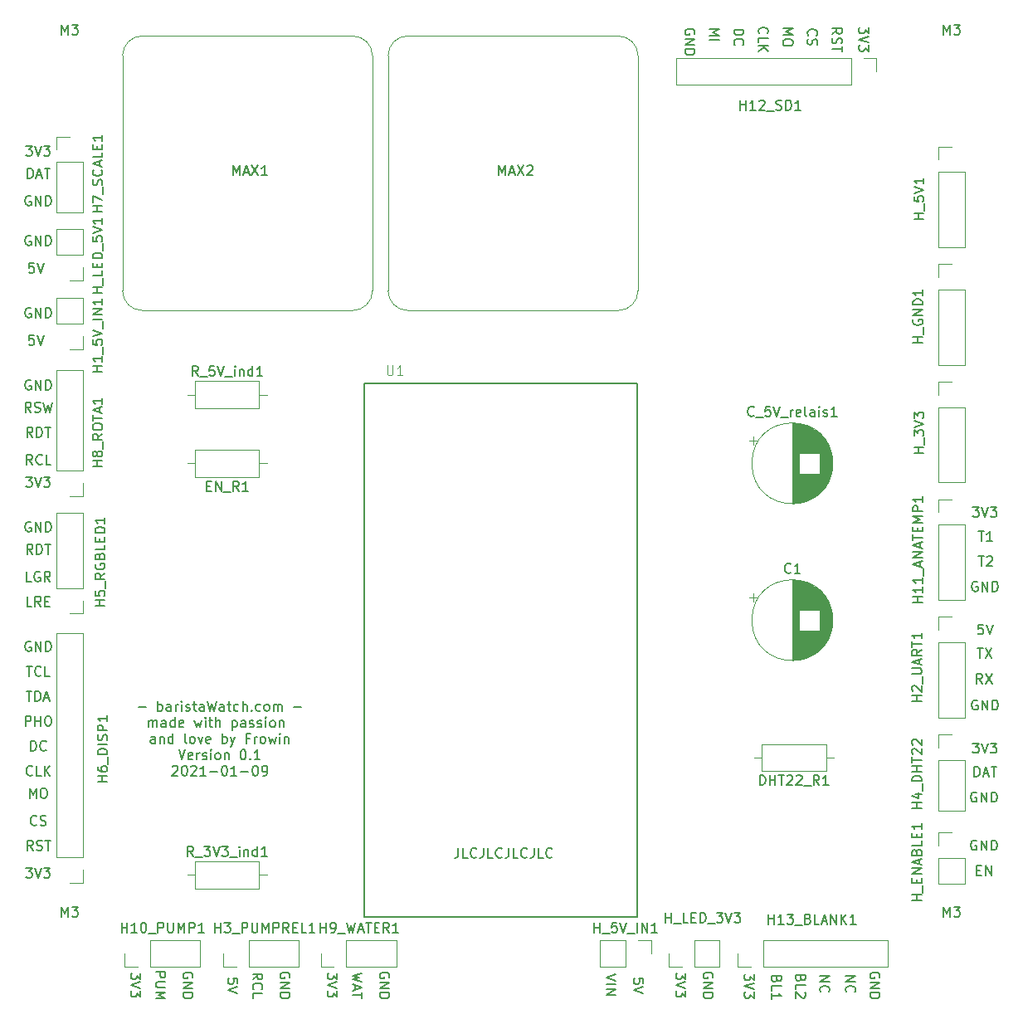
<source format=gbr>
%TF.GenerationSoftware,KiCad,Pcbnew,(5.1.12-1-10_14)*%
%TF.CreationDate,2022-01-09T11:34:05+01:00*%
%TF.ProjectId,mainPCB,6d61696e-5043-4422-9e6b-696361645f70,rev?*%
%TF.SameCoordinates,Original*%
%TF.FileFunction,Legend,Top*%
%TF.FilePolarity,Positive*%
%FSLAX46Y46*%
G04 Gerber Fmt 4.6, Leading zero omitted, Abs format (unit mm)*
G04 Created by KiCad (PCBNEW (5.1.12-1-10_14)) date 2022-01-09 11:34:05*
%MOMM*%
%LPD*%
G01*
G04 APERTURE LIST*
%ADD10C,0.150000*%
%ADD11C,0.120000*%
%ADD12C,0.127000*%
%ADD13C,0.015000*%
G04 APERTURE END LIST*
D10*
X140668952Y-129246380D02*
X140668952Y-129960666D01*
X140621333Y-130103523D01*
X140526095Y-130198761D01*
X140383238Y-130246380D01*
X140288000Y-130246380D01*
X141621333Y-130246380D02*
X141145142Y-130246380D01*
X141145142Y-129246380D01*
X142526095Y-130151142D02*
X142478476Y-130198761D01*
X142335619Y-130246380D01*
X142240380Y-130246380D01*
X142097523Y-130198761D01*
X142002285Y-130103523D01*
X141954666Y-130008285D01*
X141907047Y-129817809D01*
X141907047Y-129674952D01*
X141954666Y-129484476D01*
X142002285Y-129389238D01*
X142097523Y-129294000D01*
X142240380Y-129246380D01*
X142335619Y-129246380D01*
X142478476Y-129294000D01*
X142526095Y-129341619D01*
X143240380Y-129246380D02*
X143240380Y-129960666D01*
X143192761Y-130103523D01*
X143097523Y-130198761D01*
X142954666Y-130246380D01*
X142859428Y-130246380D01*
X144192761Y-130246380D02*
X143716571Y-130246380D01*
X143716571Y-129246380D01*
X145097523Y-130151142D02*
X145049904Y-130198761D01*
X144907047Y-130246380D01*
X144811809Y-130246380D01*
X144668952Y-130198761D01*
X144573714Y-130103523D01*
X144526095Y-130008285D01*
X144478476Y-129817809D01*
X144478476Y-129674952D01*
X144526095Y-129484476D01*
X144573714Y-129389238D01*
X144668952Y-129294000D01*
X144811809Y-129246380D01*
X144907047Y-129246380D01*
X145049904Y-129294000D01*
X145097523Y-129341619D01*
X145811809Y-129246380D02*
X145811809Y-129960666D01*
X145764190Y-130103523D01*
X145668952Y-130198761D01*
X145526095Y-130246380D01*
X145430857Y-130246380D01*
X146764190Y-130246380D02*
X146288000Y-130246380D01*
X146288000Y-129246380D01*
X147668952Y-130151142D02*
X147621333Y-130198761D01*
X147478476Y-130246380D01*
X147383238Y-130246380D01*
X147240380Y-130198761D01*
X147145142Y-130103523D01*
X147097523Y-130008285D01*
X147049904Y-129817809D01*
X147049904Y-129674952D01*
X147097523Y-129484476D01*
X147145142Y-129389238D01*
X147240380Y-129294000D01*
X147383238Y-129246380D01*
X147478476Y-129246380D01*
X147621333Y-129294000D01*
X147668952Y-129341619D01*
X148383238Y-129246380D02*
X148383238Y-129960666D01*
X148335619Y-130103523D01*
X148240380Y-130198761D01*
X148097523Y-130246380D01*
X148002285Y-130246380D01*
X149335619Y-130246380D02*
X148859428Y-130246380D01*
X148859428Y-129246380D01*
X150240380Y-130151142D02*
X150192761Y-130198761D01*
X150049904Y-130246380D01*
X149954666Y-130246380D01*
X149811809Y-130198761D01*
X149716571Y-130103523D01*
X149668952Y-130008285D01*
X149621333Y-129817809D01*
X149621333Y-129674952D01*
X149668952Y-129484476D01*
X149716571Y-129389238D01*
X149811809Y-129294000D01*
X149954666Y-129246380D01*
X150049904Y-129246380D01*
X150192761Y-129294000D01*
X150240380Y-129341619D01*
X107998666Y-114881428D02*
X108760571Y-114881428D01*
X109998666Y-115262380D02*
X109998666Y-114262380D01*
X109998666Y-114643333D02*
X110093904Y-114595714D01*
X110284380Y-114595714D01*
X110379619Y-114643333D01*
X110427238Y-114690952D01*
X110474857Y-114786190D01*
X110474857Y-115071904D01*
X110427238Y-115167142D01*
X110379619Y-115214761D01*
X110284380Y-115262380D01*
X110093904Y-115262380D01*
X109998666Y-115214761D01*
X111332000Y-115262380D02*
X111332000Y-114738571D01*
X111284380Y-114643333D01*
X111189142Y-114595714D01*
X110998666Y-114595714D01*
X110903428Y-114643333D01*
X111332000Y-115214761D02*
X111236761Y-115262380D01*
X110998666Y-115262380D01*
X110903428Y-115214761D01*
X110855809Y-115119523D01*
X110855809Y-115024285D01*
X110903428Y-114929047D01*
X110998666Y-114881428D01*
X111236761Y-114881428D01*
X111332000Y-114833809D01*
X111808190Y-115262380D02*
X111808190Y-114595714D01*
X111808190Y-114786190D02*
X111855809Y-114690952D01*
X111903428Y-114643333D01*
X111998666Y-114595714D01*
X112093904Y-114595714D01*
X112427238Y-115262380D02*
X112427238Y-114595714D01*
X112427238Y-114262380D02*
X112379619Y-114310000D01*
X112427238Y-114357619D01*
X112474857Y-114310000D01*
X112427238Y-114262380D01*
X112427238Y-114357619D01*
X112855809Y-115214761D02*
X112951047Y-115262380D01*
X113141523Y-115262380D01*
X113236761Y-115214761D01*
X113284380Y-115119523D01*
X113284380Y-115071904D01*
X113236761Y-114976666D01*
X113141523Y-114929047D01*
X112998666Y-114929047D01*
X112903428Y-114881428D01*
X112855809Y-114786190D01*
X112855809Y-114738571D01*
X112903428Y-114643333D01*
X112998666Y-114595714D01*
X113141523Y-114595714D01*
X113236761Y-114643333D01*
X113570095Y-114595714D02*
X113951047Y-114595714D01*
X113712952Y-114262380D02*
X113712952Y-115119523D01*
X113760571Y-115214761D01*
X113855809Y-115262380D01*
X113951047Y-115262380D01*
X114712952Y-115262380D02*
X114712952Y-114738571D01*
X114665333Y-114643333D01*
X114570095Y-114595714D01*
X114379619Y-114595714D01*
X114284380Y-114643333D01*
X114712952Y-115214761D02*
X114617714Y-115262380D01*
X114379619Y-115262380D01*
X114284380Y-115214761D01*
X114236761Y-115119523D01*
X114236761Y-115024285D01*
X114284380Y-114929047D01*
X114379619Y-114881428D01*
X114617714Y-114881428D01*
X114712952Y-114833809D01*
X115093904Y-114262380D02*
X115332000Y-115262380D01*
X115522476Y-114548095D01*
X115712952Y-115262380D01*
X115951047Y-114262380D01*
X116760571Y-115262380D02*
X116760571Y-114738571D01*
X116712952Y-114643333D01*
X116617714Y-114595714D01*
X116427238Y-114595714D01*
X116332000Y-114643333D01*
X116760571Y-115214761D02*
X116665333Y-115262380D01*
X116427238Y-115262380D01*
X116332000Y-115214761D01*
X116284380Y-115119523D01*
X116284380Y-115024285D01*
X116332000Y-114929047D01*
X116427238Y-114881428D01*
X116665333Y-114881428D01*
X116760571Y-114833809D01*
X117093904Y-114595714D02*
X117474857Y-114595714D01*
X117236761Y-114262380D02*
X117236761Y-115119523D01*
X117284380Y-115214761D01*
X117379619Y-115262380D01*
X117474857Y-115262380D01*
X118236761Y-115214761D02*
X118141523Y-115262380D01*
X117951047Y-115262380D01*
X117855809Y-115214761D01*
X117808190Y-115167142D01*
X117760571Y-115071904D01*
X117760571Y-114786190D01*
X117808190Y-114690952D01*
X117855809Y-114643333D01*
X117951047Y-114595714D01*
X118141523Y-114595714D01*
X118236761Y-114643333D01*
X118665333Y-115262380D02*
X118665333Y-114262380D01*
X119093904Y-115262380D02*
X119093904Y-114738571D01*
X119046285Y-114643333D01*
X118951047Y-114595714D01*
X118808190Y-114595714D01*
X118712952Y-114643333D01*
X118665333Y-114690952D01*
X119570095Y-115167142D02*
X119617714Y-115214761D01*
X119570095Y-115262380D01*
X119522476Y-115214761D01*
X119570095Y-115167142D01*
X119570095Y-115262380D01*
X120474857Y-115214761D02*
X120379619Y-115262380D01*
X120189142Y-115262380D01*
X120093904Y-115214761D01*
X120046285Y-115167142D01*
X119998666Y-115071904D01*
X119998666Y-114786190D01*
X120046285Y-114690952D01*
X120093904Y-114643333D01*
X120189142Y-114595714D01*
X120379619Y-114595714D01*
X120474857Y-114643333D01*
X121046285Y-115262380D02*
X120951047Y-115214761D01*
X120903428Y-115167142D01*
X120855809Y-115071904D01*
X120855809Y-114786190D01*
X120903428Y-114690952D01*
X120951047Y-114643333D01*
X121046285Y-114595714D01*
X121189142Y-114595714D01*
X121284380Y-114643333D01*
X121332000Y-114690952D01*
X121379619Y-114786190D01*
X121379619Y-115071904D01*
X121332000Y-115167142D01*
X121284380Y-115214761D01*
X121189142Y-115262380D01*
X121046285Y-115262380D01*
X121808190Y-115262380D02*
X121808190Y-114595714D01*
X121808190Y-114690952D02*
X121855809Y-114643333D01*
X121951047Y-114595714D01*
X122093904Y-114595714D01*
X122189142Y-114643333D01*
X122236761Y-114738571D01*
X122236761Y-115262380D01*
X122236761Y-114738571D02*
X122284380Y-114643333D01*
X122379619Y-114595714D01*
X122522476Y-114595714D01*
X122617714Y-114643333D01*
X122665333Y-114738571D01*
X122665333Y-115262380D01*
X123903428Y-114881428D02*
X124665333Y-114881428D01*
X109070095Y-116912380D02*
X109070095Y-116245714D01*
X109070095Y-116340952D02*
X109117714Y-116293333D01*
X109212952Y-116245714D01*
X109355809Y-116245714D01*
X109451047Y-116293333D01*
X109498666Y-116388571D01*
X109498666Y-116912380D01*
X109498666Y-116388571D02*
X109546285Y-116293333D01*
X109641523Y-116245714D01*
X109784380Y-116245714D01*
X109879619Y-116293333D01*
X109927238Y-116388571D01*
X109927238Y-116912380D01*
X110832000Y-116912380D02*
X110832000Y-116388571D01*
X110784380Y-116293333D01*
X110689142Y-116245714D01*
X110498666Y-116245714D01*
X110403428Y-116293333D01*
X110832000Y-116864761D02*
X110736761Y-116912380D01*
X110498666Y-116912380D01*
X110403428Y-116864761D01*
X110355809Y-116769523D01*
X110355809Y-116674285D01*
X110403428Y-116579047D01*
X110498666Y-116531428D01*
X110736761Y-116531428D01*
X110832000Y-116483809D01*
X111736761Y-116912380D02*
X111736761Y-115912380D01*
X111736761Y-116864761D02*
X111641523Y-116912380D01*
X111451047Y-116912380D01*
X111355809Y-116864761D01*
X111308190Y-116817142D01*
X111260571Y-116721904D01*
X111260571Y-116436190D01*
X111308190Y-116340952D01*
X111355809Y-116293333D01*
X111451047Y-116245714D01*
X111641523Y-116245714D01*
X111736761Y-116293333D01*
X112593904Y-116864761D02*
X112498666Y-116912380D01*
X112308190Y-116912380D01*
X112212952Y-116864761D01*
X112165333Y-116769523D01*
X112165333Y-116388571D01*
X112212952Y-116293333D01*
X112308190Y-116245714D01*
X112498666Y-116245714D01*
X112593904Y-116293333D01*
X112641523Y-116388571D01*
X112641523Y-116483809D01*
X112165333Y-116579047D01*
X113736761Y-116245714D02*
X113927238Y-116912380D01*
X114117714Y-116436190D01*
X114308190Y-116912380D01*
X114498666Y-116245714D01*
X114879619Y-116912380D02*
X114879619Y-116245714D01*
X114879619Y-115912380D02*
X114832000Y-115960000D01*
X114879619Y-116007619D01*
X114927238Y-115960000D01*
X114879619Y-115912380D01*
X114879619Y-116007619D01*
X115212952Y-116245714D02*
X115593904Y-116245714D01*
X115355809Y-115912380D02*
X115355809Y-116769523D01*
X115403428Y-116864761D01*
X115498666Y-116912380D01*
X115593904Y-116912380D01*
X115927238Y-116912380D02*
X115927238Y-115912380D01*
X116355809Y-116912380D02*
X116355809Y-116388571D01*
X116308190Y-116293333D01*
X116212952Y-116245714D01*
X116070095Y-116245714D01*
X115974857Y-116293333D01*
X115927238Y-116340952D01*
X117593904Y-116245714D02*
X117593904Y-117245714D01*
X117593904Y-116293333D02*
X117689142Y-116245714D01*
X117879619Y-116245714D01*
X117974857Y-116293333D01*
X118022476Y-116340952D01*
X118070095Y-116436190D01*
X118070095Y-116721904D01*
X118022476Y-116817142D01*
X117974857Y-116864761D01*
X117879619Y-116912380D01*
X117689142Y-116912380D01*
X117593904Y-116864761D01*
X118927238Y-116912380D02*
X118927238Y-116388571D01*
X118879619Y-116293333D01*
X118784380Y-116245714D01*
X118593904Y-116245714D01*
X118498666Y-116293333D01*
X118927238Y-116864761D02*
X118832000Y-116912380D01*
X118593904Y-116912380D01*
X118498666Y-116864761D01*
X118451047Y-116769523D01*
X118451047Y-116674285D01*
X118498666Y-116579047D01*
X118593904Y-116531428D01*
X118832000Y-116531428D01*
X118927238Y-116483809D01*
X119355809Y-116864761D02*
X119451047Y-116912380D01*
X119641523Y-116912380D01*
X119736761Y-116864761D01*
X119784380Y-116769523D01*
X119784380Y-116721904D01*
X119736761Y-116626666D01*
X119641523Y-116579047D01*
X119498666Y-116579047D01*
X119403428Y-116531428D01*
X119355809Y-116436190D01*
X119355809Y-116388571D01*
X119403428Y-116293333D01*
X119498666Y-116245714D01*
X119641523Y-116245714D01*
X119736761Y-116293333D01*
X120165333Y-116864761D02*
X120260571Y-116912380D01*
X120451047Y-116912380D01*
X120546285Y-116864761D01*
X120593904Y-116769523D01*
X120593904Y-116721904D01*
X120546285Y-116626666D01*
X120451047Y-116579047D01*
X120308190Y-116579047D01*
X120212952Y-116531428D01*
X120165333Y-116436190D01*
X120165333Y-116388571D01*
X120212952Y-116293333D01*
X120308190Y-116245714D01*
X120451047Y-116245714D01*
X120546285Y-116293333D01*
X121022476Y-116912380D02*
X121022476Y-116245714D01*
X121022476Y-115912380D02*
X120974857Y-115960000D01*
X121022476Y-116007619D01*
X121070095Y-115960000D01*
X121022476Y-115912380D01*
X121022476Y-116007619D01*
X121641523Y-116912380D02*
X121546285Y-116864761D01*
X121498666Y-116817142D01*
X121451047Y-116721904D01*
X121451047Y-116436190D01*
X121498666Y-116340952D01*
X121546285Y-116293333D01*
X121641523Y-116245714D01*
X121784380Y-116245714D01*
X121879619Y-116293333D01*
X121927238Y-116340952D01*
X121974857Y-116436190D01*
X121974857Y-116721904D01*
X121927238Y-116817142D01*
X121879619Y-116864761D01*
X121784380Y-116912380D01*
X121641523Y-116912380D01*
X122403428Y-116245714D02*
X122403428Y-116912380D01*
X122403428Y-116340952D02*
X122451047Y-116293333D01*
X122546285Y-116245714D01*
X122689142Y-116245714D01*
X122784380Y-116293333D01*
X122832000Y-116388571D01*
X122832000Y-116912380D01*
X109736761Y-118562380D02*
X109736761Y-118038571D01*
X109689142Y-117943333D01*
X109593904Y-117895714D01*
X109403428Y-117895714D01*
X109308190Y-117943333D01*
X109736761Y-118514761D02*
X109641523Y-118562380D01*
X109403428Y-118562380D01*
X109308190Y-118514761D01*
X109260571Y-118419523D01*
X109260571Y-118324285D01*
X109308190Y-118229047D01*
X109403428Y-118181428D01*
X109641523Y-118181428D01*
X109736761Y-118133809D01*
X110212952Y-117895714D02*
X110212952Y-118562380D01*
X110212952Y-117990952D02*
X110260571Y-117943333D01*
X110355809Y-117895714D01*
X110498666Y-117895714D01*
X110593904Y-117943333D01*
X110641523Y-118038571D01*
X110641523Y-118562380D01*
X111546285Y-118562380D02*
X111546285Y-117562380D01*
X111546285Y-118514761D02*
X111451047Y-118562380D01*
X111260571Y-118562380D01*
X111165333Y-118514761D01*
X111117714Y-118467142D01*
X111070095Y-118371904D01*
X111070095Y-118086190D01*
X111117714Y-117990952D01*
X111165333Y-117943333D01*
X111260571Y-117895714D01*
X111451047Y-117895714D01*
X111546285Y-117943333D01*
X112927238Y-118562380D02*
X112832000Y-118514761D01*
X112784380Y-118419523D01*
X112784380Y-117562380D01*
X113451047Y-118562380D02*
X113355809Y-118514761D01*
X113308190Y-118467142D01*
X113260571Y-118371904D01*
X113260571Y-118086190D01*
X113308190Y-117990952D01*
X113355809Y-117943333D01*
X113451047Y-117895714D01*
X113593904Y-117895714D01*
X113689142Y-117943333D01*
X113736761Y-117990952D01*
X113784380Y-118086190D01*
X113784380Y-118371904D01*
X113736761Y-118467142D01*
X113689142Y-118514761D01*
X113593904Y-118562380D01*
X113451047Y-118562380D01*
X114117714Y-117895714D02*
X114355809Y-118562380D01*
X114593904Y-117895714D01*
X115355809Y-118514761D02*
X115260571Y-118562380D01*
X115070095Y-118562380D01*
X114974857Y-118514761D01*
X114927238Y-118419523D01*
X114927238Y-118038571D01*
X114974857Y-117943333D01*
X115070095Y-117895714D01*
X115260571Y-117895714D01*
X115355809Y-117943333D01*
X115403428Y-118038571D01*
X115403428Y-118133809D01*
X114927238Y-118229047D01*
X116593904Y-118562380D02*
X116593904Y-117562380D01*
X116593904Y-117943333D02*
X116689142Y-117895714D01*
X116879619Y-117895714D01*
X116974857Y-117943333D01*
X117022476Y-117990952D01*
X117070095Y-118086190D01*
X117070095Y-118371904D01*
X117022476Y-118467142D01*
X116974857Y-118514761D01*
X116879619Y-118562380D01*
X116689142Y-118562380D01*
X116593904Y-118514761D01*
X117403428Y-117895714D02*
X117641523Y-118562380D01*
X117879619Y-117895714D02*
X117641523Y-118562380D01*
X117546285Y-118800476D01*
X117498666Y-118848095D01*
X117403428Y-118895714D01*
X119355809Y-118038571D02*
X119022476Y-118038571D01*
X119022476Y-118562380D02*
X119022476Y-117562380D01*
X119498666Y-117562380D01*
X119879619Y-118562380D02*
X119879619Y-117895714D01*
X119879619Y-118086190D02*
X119927238Y-117990952D01*
X119974857Y-117943333D01*
X120070095Y-117895714D01*
X120165333Y-117895714D01*
X120641523Y-118562380D02*
X120546285Y-118514761D01*
X120498666Y-118467142D01*
X120451047Y-118371904D01*
X120451047Y-118086190D01*
X120498666Y-117990952D01*
X120546285Y-117943333D01*
X120641523Y-117895714D01*
X120784380Y-117895714D01*
X120879619Y-117943333D01*
X120927238Y-117990952D01*
X120974857Y-118086190D01*
X120974857Y-118371904D01*
X120927238Y-118467142D01*
X120879619Y-118514761D01*
X120784380Y-118562380D01*
X120641523Y-118562380D01*
X121308190Y-117895714D02*
X121498666Y-118562380D01*
X121689142Y-118086190D01*
X121879619Y-118562380D01*
X122070095Y-117895714D01*
X122451047Y-118562380D02*
X122451047Y-117895714D01*
X122451047Y-117562380D02*
X122403428Y-117610000D01*
X122451047Y-117657619D01*
X122498666Y-117610000D01*
X122451047Y-117562380D01*
X122451047Y-117657619D01*
X122927238Y-117895714D02*
X122927238Y-118562380D01*
X122927238Y-117990952D02*
X122974857Y-117943333D01*
X123070095Y-117895714D01*
X123212952Y-117895714D01*
X123308190Y-117943333D01*
X123355809Y-118038571D01*
X123355809Y-118562380D01*
X112141523Y-119212380D02*
X112474857Y-120212380D01*
X112808190Y-119212380D01*
X113522476Y-120164761D02*
X113427238Y-120212380D01*
X113236761Y-120212380D01*
X113141523Y-120164761D01*
X113093904Y-120069523D01*
X113093904Y-119688571D01*
X113141523Y-119593333D01*
X113236761Y-119545714D01*
X113427238Y-119545714D01*
X113522476Y-119593333D01*
X113570095Y-119688571D01*
X113570095Y-119783809D01*
X113093904Y-119879047D01*
X113998666Y-120212380D02*
X113998666Y-119545714D01*
X113998666Y-119736190D02*
X114046285Y-119640952D01*
X114093904Y-119593333D01*
X114189142Y-119545714D01*
X114284380Y-119545714D01*
X114570095Y-120164761D02*
X114665333Y-120212380D01*
X114855809Y-120212380D01*
X114951047Y-120164761D01*
X114998666Y-120069523D01*
X114998666Y-120021904D01*
X114951047Y-119926666D01*
X114855809Y-119879047D01*
X114712952Y-119879047D01*
X114617714Y-119831428D01*
X114570095Y-119736190D01*
X114570095Y-119688571D01*
X114617714Y-119593333D01*
X114712952Y-119545714D01*
X114855809Y-119545714D01*
X114951047Y-119593333D01*
X115427238Y-120212380D02*
X115427238Y-119545714D01*
X115427238Y-119212380D02*
X115379619Y-119260000D01*
X115427238Y-119307619D01*
X115474857Y-119260000D01*
X115427238Y-119212380D01*
X115427238Y-119307619D01*
X116046285Y-120212380D02*
X115951047Y-120164761D01*
X115903428Y-120117142D01*
X115855809Y-120021904D01*
X115855809Y-119736190D01*
X115903428Y-119640952D01*
X115951047Y-119593333D01*
X116046285Y-119545714D01*
X116189142Y-119545714D01*
X116284380Y-119593333D01*
X116332000Y-119640952D01*
X116379619Y-119736190D01*
X116379619Y-120021904D01*
X116332000Y-120117142D01*
X116284380Y-120164761D01*
X116189142Y-120212380D01*
X116046285Y-120212380D01*
X116808190Y-119545714D02*
X116808190Y-120212380D01*
X116808190Y-119640952D02*
X116855809Y-119593333D01*
X116951047Y-119545714D01*
X117093904Y-119545714D01*
X117189142Y-119593333D01*
X117236761Y-119688571D01*
X117236761Y-120212380D01*
X118665333Y-119212380D02*
X118760571Y-119212380D01*
X118855809Y-119260000D01*
X118903428Y-119307619D01*
X118951047Y-119402857D01*
X118998666Y-119593333D01*
X118998666Y-119831428D01*
X118951047Y-120021904D01*
X118903428Y-120117142D01*
X118855809Y-120164761D01*
X118760571Y-120212380D01*
X118665333Y-120212380D01*
X118570095Y-120164761D01*
X118522476Y-120117142D01*
X118474857Y-120021904D01*
X118427238Y-119831428D01*
X118427238Y-119593333D01*
X118474857Y-119402857D01*
X118522476Y-119307619D01*
X118570095Y-119260000D01*
X118665333Y-119212380D01*
X119427238Y-120117142D02*
X119474857Y-120164761D01*
X119427238Y-120212380D01*
X119379619Y-120164761D01*
X119427238Y-120117142D01*
X119427238Y-120212380D01*
X120427238Y-120212380D02*
X119855809Y-120212380D01*
X120141523Y-120212380D02*
X120141523Y-119212380D01*
X120046285Y-119355238D01*
X119951047Y-119450476D01*
X119855809Y-119498095D01*
X111474857Y-120957619D02*
X111522476Y-120910000D01*
X111617714Y-120862380D01*
X111855809Y-120862380D01*
X111951047Y-120910000D01*
X111998666Y-120957619D01*
X112046285Y-121052857D01*
X112046285Y-121148095D01*
X111998666Y-121290952D01*
X111427238Y-121862380D01*
X112046285Y-121862380D01*
X112665333Y-120862380D02*
X112760571Y-120862380D01*
X112855809Y-120910000D01*
X112903428Y-120957619D01*
X112951047Y-121052857D01*
X112998666Y-121243333D01*
X112998666Y-121481428D01*
X112951047Y-121671904D01*
X112903428Y-121767142D01*
X112855809Y-121814761D01*
X112760571Y-121862380D01*
X112665333Y-121862380D01*
X112570095Y-121814761D01*
X112522476Y-121767142D01*
X112474857Y-121671904D01*
X112427238Y-121481428D01*
X112427238Y-121243333D01*
X112474857Y-121052857D01*
X112522476Y-120957619D01*
X112570095Y-120910000D01*
X112665333Y-120862380D01*
X113379619Y-120957619D02*
X113427238Y-120910000D01*
X113522476Y-120862380D01*
X113760571Y-120862380D01*
X113855809Y-120910000D01*
X113903428Y-120957619D01*
X113951047Y-121052857D01*
X113951047Y-121148095D01*
X113903428Y-121290952D01*
X113332000Y-121862380D01*
X113951047Y-121862380D01*
X114903428Y-121862380D02*
X114332000Y-121862380D01*
X114617714Y-121862380D02*
X114617714Y-120862380D01*
X114522476Y-121005238D01*
X114427238Y-121100476D01*
X114332000Y-121148095D01*
X115332000Y-121481428D02*
X116093904Y-121481428D01*
X116760571Y-120862380D02*
X116855809Y-120862380D01*
X116951047Y-120910000D01*
X116998666Y-120957619D01*
X117046285Y-121052857D01*
X117093904Y-121243333D01*
X117093904Y-121481428D01*
X117046285Y-121671904D01*
X116998666Y-121767142D01*
X116951047Y-121814761D01*
X116855809Y-121862380D01*
X116760571Y-121862380D01*
X116665333Y-121814761D01*
X116617714Y-121767142D01*
X116570095Y-121671904D01*
X116522476Y-121481428D01*
X116522476Y-121243333D01*
X116570095Y-121052857D01*
X116617714Y-120957619D01*
X116665333Y-120910000D01*
X116760571Y-120862380D01*
X118046285Y-121862380D02*
X117474857Y-121862380D01*
X117760571Y-121862380D02*
X117760571Y-120862380D01*
X117665333Y-121005238D01*
X117570095Y-121100476D01*
X117474857Y-121148095D01*
X118474857Y-121481428D02*
X119236761Y-121481428D01*
X119903428Y-120862380D02*
X119998666Y-120862380D01*
X120093904Y-120910000D01*
X120141523Y-120957619D01*
X120189142Y-121052857D01*
X120236761Y-121243333D01*
X120236761Y-121481428D01*
X120189142Y-121671904D01*
X120141523Y-121767142D01*
X120093904Y-121814761D01*
X119998666Y-121862380D01*
X119903428Y-121862380D01*
X119808190Y-121814761D01*
X119760571Y-121767142D01*
X119712952Y-121671904D01*
X119665333Y-121481428D01*
X119665333Y-121243333D01*
X119712952Y-121052857D01*
X119760571Y-120957619D01*
X119808190Y-120910000D01*
X119903428Y-120862380D01*
X120712952Y-121862380D02*
X120903428Y-121862380D01*
X120998666Y-121814761D01*
X121046285Y-121767142D01*
X121141523Y-121624285D01*
X121189142Y-121433809D01*
X121189142Y-121052857D01*
X121141523Y-120957619D01*
X121093904Y-120910000D01*
X120998666Y-120862380D01*
X120808190Y-120862380D01*
X120712952Y-120910000D01*
X120665333Y-120957619D01*
X120617714Y-121052857D01*
X120617714Y-121290952D01*
X120665333Y-121386190D01*
X120712952Y-121433809D01*
X120808190Y-121481428D01*
X120998666Y-121481428D01*
X121093904Y-121433809D01*
X121141523Y-121386190D01*
X121189142Y-121290952D01*
X97028095Y-62746000D02*
X96932857Y-62698380D01*
X96790000Y-62698380D01*
X96647142Y-62746000D01*
X96551904Y-62841238D01*
X96504285Y-62936476D01*
X96456666Y-63126952D01*
X96456666Y-63269809D01*
X96504285Y-63460285D01*
X96551904Y-63555523D01*
X96647142Y-63650761D01*
X96790000Y-63698380D01*
X96885238Y-63698380D01*
X97028095Y-63650761D01*
X97075714Y-63603142D01*
X97075714Y-63269809D01*
X96885238Y-63269809D01*
X97504285Y-63698380D02*
X97504285Y-62698380D01*
X98075714Y-63698380D01*
X98075714Y-62698380D01*
X98551904Y-63698380D02*
X98551904Y-62698380D01*
X98790000Y-62698380D01*
X98932857Y-62746000D01*
X99028095Y-62841238D01*
X99075714Y-62936476D01*
X99123333Y-63126952D01*
X99123333Y-63269809D01*
X99075714Y-63460285D01*
X99028095Y-63555523D01*
X98932857Y-63650761D01*
X98790000Y-63698380D01*
X98551904Y-63698380D01*
X96718571Y-60904380D02*
X96718571Y-59904380D01*
X96956666Y-59904380D01*
X97099523Y-59952000D01*
X97194761Y-60047238D01*
X97242380Y-60142476D01*
X97290000Y-60332952D01*
X97290000Y-60475809D01*
X97242380Y-60666285D01*
X97194761Y-60761523D01*
X97099523Y-60856761D01*
X96956666Y-60904380D01*
X96718571Y-60904380D01*
X97670952Y-60618666D02*
X98147142Y-60618666D01*
X97575714Y-60904380D02*
X97909047Y-59904380D01*
X98242380Y-60904380D01*
X98432857Y-59904380D02*
X99004285Y-59904380D01*
X98718571Y-60904380D02*
X98718571Y-59904380D01*
X96551904Y-57618380D02*
X97170952Y-57618380D01*
X96837619Y-57999333D01*
X96980476Y-57999333D01*
X97075714Y-58046952D01*
X97123333Y-58094571D01*
X97170952Y-58189809D01*
X97170952Y-58427904D01*
X97123333Y-58523142D01*
X97075714Y-58570761D01*
X96980476Y-58618380D01*
X96694761Y-58618380D01*
X96599523Y-58570761D01*
X96551904Y-58523142D01*
X97456666Y-57618380D02*
X97790000Y-58618380D01*
X98123333Y-57618380D01*
X98361428Y-57618380D02*
X98980476Y-57618380D01*
X98647142Y-57999333D01*
X98790000Y-57999333D01*
X98885238Y-58046952D01*
X98932857Y-58094571D01*
X98980476Y-58189809D01*
X98980476Y-58427904D01*
X98932857Y-58523142D01*
X98885238Y-58570761D01*
X98790000Y-58618380D01*
X98504285Y-58618380D01*
X98409047Y-58570761D01*
X98361428Y-58523142D01*
X97028095Y-74176000D02*
X96932857Y-74128380D01*
X96790000Y-74128380D01*
X96647142Y-74176000D01*
X96551904Y-74271238D01*
X96504285Y-74366476D01*
X96456666Y-74556952D01*
X96456666Y-74699809D01*
X96504285Y-74890285D01*
X96551904Y-74985523D01*
X96647142Y-75080761D01*
X96790000Y-75128380D01*
X96885238Y-75128380D01*
X97028095Y-75080761D01*
X97075714Y-75033142D01*
X97075714Y-74699809D01*
X96885238Y-74699809D01*
X97504285Y-75128380D02*
X97504285Y-74128380D01*
X98075714Y-75128380D01*
X98075714Y-74128380D01*
X98551904Y-75128380D02*
X98551904Y-74128380D01*
X98790000Y-74128380D01*
X98932857Y-74176000D01*
X99028095Y-74271238D01*
X99075714Y-74366476D01*
X99123333Y-74556952D01*
X99123333Y-74699809D01*
X99075714Y-74890285D01*
X99028095Y-74985523D01*
X98932857Y-75080761D01*
X98790000Y-75128380D01*
X98551904Y-75128380D01*
X97345523Y-76922380D02*
X96869333Y-76922380D01*
X96821714Y-77398571D01*
X96869333Y-77350952D01*
X96964571Y-77303333D01*
X97202666Y-77303333D01*
X97297904Y-77350952D01*
X97345523Y-77398571D01*
X97393142Y-77493809D01*
X97393142Y-77731904D01*
X97345523Y-77827142D01*
X97297904Y-77874761D01*
X97202666Y-77922380D01*
X96964571Y-77922380D01*
X96869333Y-77874761D01*
X96821714Y-77827142D01*
X97678857Y-76922380D02*
X98012190Y-77922380D01*
X98345523Y-76922380D01*
X97028095Y-66810000D02*
X96932857Y-66762380D01*
X96790000Y-66762380D01*
X96647142Y-66810000D01*
X96551904Y-66905238D01*
X96504285Y-67000476D01*
X96456666Y-67190952D01*
X96456666Y-67333809D01*
X96504285Y-67524285D01*
X96551904Y-67619523D01*
X96647142Y-67714761D01*
X96790000Y-67762380D01*
X96885238Y-67762380D01*
X97028095Y-67714761D01*
X97075714Y-67667142D01*
X97075714Y-67333809D01*
X96885238Y-67333809D01*
X97504285Y-67762380D02*
X97504285Y-66762380D01*
X98075714Y-67762380D01*
X98075714Y-66762380D01*
X98551904Y-67762380D02*
X98551904Y-66762380D01*
X98790000Y-66762380D01*
X98932857Y-66810000D01*
X99028095Y-66905238D01*
X99075714Y-67000476D01*
X99123333Y-67190952D01*
X99123333Y-67333809D01*
X99075714Y-67524285D01*
X99028095Y-67619523D01*
X98932857Y-67714761D01*
X98790000Y-67762380D01*
X98551904Y-67762380D01*
X97345523Y-69556380D02*
X96869333Y-69556380D01*
X96821714Y-70032571D01*
X96869333Y-69984952D01*
X96964571Y-69937333D01*
X97202666Y-69937333D01*
X97297904Y-69984952D01*
X97345523Y-70032571D01*
X97393142Y-70127809D01*
X97393142Y-70365904D01*
X97345523Y-70461142D01*
X97297904Y-70508761D01*
X97202666Y-70556380D01*
X96964571Y-70556380D01*
X96869333Y-70508761D01*
X96821714Y-70461142D01*
X97678857Y-69556380D02*
X98012190Y-70556380D01*
X98345523Y-69556380D01*
X96551904Y-91400380D02*
X97170952Y-91400380D01*
X96837619Y-91781333D01*
X96980476Y-91781333D01*
X97075714Y-91828952D01*
X97123333Y-91876571D01*
X97170952Y-91971809D01*
X97170952Y-92209904D01*
X97123333Y-92305142D01*
X97075714Y-92352761D01*
X96980476Y-92400380D01*
X96694761Y-92400380D01*
X96599523Y-92352761D01*
X96551904Y-92305142D01*
X97456666Y-91400380D02*
X97790000Y-92400380D01*
X98123333Y-91400380D01*
X98361428Y-91400380D02*
X98980476Y-91400380D01*
X98647142Y-91781333D01*
X98790000Y-91781333D01*
X98885238Y-91828952D01*
X98932857Y-91876571D01*
X98980476Y-91971809D01*
X98980476Y-92209904D01*
X98932857Y-92305142D01*
X98885238Y-92352761D01*
X98790000Y-92400380D01*
X98504285Y-92400380D01*
X98409047Y-92352761D01*
X98361428Y-92305142D01*
X97194761Y-90114380D02*
X96861428Y-89638190D01*
X96623333Y-90114380D02*
X96623333Y-89114380D01*
X97004285Y-89114380D01*
X97099523Y-89162000D01*
X97147142Y-89209619D01*
X97194761Y-89304857D01*
X97194761Y-89447714D01*
X97147142Y-89542952D01*
X97099523Y-89590571D01*
X97004285Y-89638190D01*
X96623333Y-89638190D01*
X98194761Y-90019142D02*
X98147142Y-90066761D01*
X98004285Y-90114380D01*
X97909047Y-90114380D01*
X97766190Y-90066761D01*
X97670952Y-89971523D01*
X97623333Y-89876285D01*
X97575714Y-89685809D01*
X97575714Y-89542952D01*
X97623333Y-89352476D01*
X97670952Y-89257238D01*
X97766190Y-89162000D01*
X97909047Y-89114380D01*
X98004285Y-89114380D01*
X98147142Y-89162000D01*
X98194761Y-89209619D01*
X99099523Y-90114380D02*
X98623333Y-90114380D01*
X98623333Y-89114380D01*
X97218571Y-87320380D02*
X96885238Y-86844190D01*
X96647142Y-87320380D02*
X96647142Y-86320380D01*
X97028095Y-86320380D01*
X97123333Y-86368000D01*
X97170952Y-86415619D01*
X97218571Y-86510857D01*
X97218571Y-86653714D01*
X97170952Y-86748952D01*
X97123333Y-86796571D01*
X97028095Y-86844190D01*
X96647142Y-86844190D01*
X97647142Y-87320380D02*
X97647142Y-86320380D01*
X97885238Y-86320380D01*
X98028095Y-86368000D01*
X98123333Y-86463238D01*
X98170952Y-86558476D01*
X98218571Y-86748952D01*
X98218571Y-86891809D01*
X98170952Y-87082285D01*
X98123333Y-87177523D01*
X98028095Y-87272761D01*
X97885238Y-87320380D01*
X97647142Y-87320380D01*
X98504285Y-86320380D02*
X99075714Y-86320380D01*
X98790000Y-87320380D02*
X98790000Y-86320380D01*
X97051904Y-84780380D02*
X96718571Y-84304190D01*
X96480476Y-84780380D02*
X96480476Y-83780380D01*
X96861428Y-83780380D01*
X96956666Y-83828000D01*
X97004285Y-83875619D01*
X97051904Y-83970857D01*
X97051904Y-84113714D01*
X97004285Y-84208952D01*
X96956666Y-84256571D01*
X96861428Y-84304190D01*
X96480476Y-84304190D01*
X97432857Y-84732761D02*
X97575714Y-84780380D01*
X97813809Y-84780380D01*
X97909047Y-84732761D01*
X97956666Y-84685142D01*
X98004285Y-84589904D01*
X98004285Y-84494666D01*
X97956666Y-84399428D01*
X97909047Y-84351809D01*
X97813809Y-84304190D01*
X97623333Y-84256571D01*
X97528095Y-84208952D01*
X97480476Y-84161333D01*
X97432857Y-84066095D01*
X97432857Y-83970857D01*
X97480476Y-83875619D01*
X97528095Y-83828000D01*
X97623333Y-83780380D01*
X97861428Y-83780380D01*
X98004285Y-83828000D01*
X98337619Y-83780380D02*
X98575714Y-84780380D01*
X98766190Y-84066095D01*
X98956666Y-84780380D01*
X99194761Y-83780380D01*
X97028095Y-81542000D02*
X96932857Y-81494380D01*
X96790000Y-81494380D01*
X96647142Y-81542000D01*
X96551904Y-81637238D01*
X96504285Y-81732476D01*
X96456666Y-81922952D01*
X96456666Y-82065809D01*
X96504285Y-82256285D01*
X96551904Y-82351523D01*
X96647142Y-82446761D01*
X96790000Y-82494380D01*
X96885238Y-82494380D01*
X97028095Y-82446761D01*
X97075714Y-82399142D01*
X97075714Y-82065809D01*
X96885238Y-82065809D01*
X97504285Y-82494380D02*
X97504285Y-81494380D01*
X98075714Y-82494380D01*
X98075714Y-81494380D01*
X98551904Y-82494380D02*
X98551904Y-81494380D01*
X98790000Y-81494380D01*
X98932857Y-81542000D01*
X99028095Y-81637238D01*
X99075714Y-81732476D01*
X99123333Y-81922952D01*
X99123333Y-82065809D01*
X99075714Y-82256285D01*
X99028095Y-82351523D01*
X98932857Y-82446761D01*
X98790000Y-82494380D01*
X98551904Y-82494380D01*
X97147142Y-104592380D02*
X96670952Y-104592380D01*
X96670952Y-103592380D01*
X98051904Y-104592380D02*
X97718571Y-104116190D01*
X97480476Y-104592380D02*
X97480476Y-103592380D01*
X97861428Y-103592380D01*
X97956666Y-103640000D01*
X98004285Y-103687619D01*
X98051904Y-103782857D01*
X98051904Y-103925714D01*
X98004285Y-104020952D01*
X97956666Y-104068571D01*
X97861428Y-104116190D01*
X97480476Y-104116190D01*
X98480476Y-104068571D02*
X98813809Y-104068571D01*
X98956666Y-104592380D02*
X98480476Y-104592380D01*
X98480476Y-103592380D01*
X98956666Y-103592380D01*
X97099523Y-102052380D02*
X96623333Y-102052380D01*
X96623333Y-101052380D01*
X97956666Y-101100000D02*
X97861428Y-101052380D01*
X97718571Y-101052380D01*
X97575714Y-101100000D01*
X97480476Y-101195238D01*
X97432857Y-101290476D01*
X97385238Y-101480952D01*
X97385238Y-101623809D01*
X97432857Y-101814285D01*
X97480476Y-101909523D01*
X97575714Y-102004761D01*
X97718571Y-102052380D01*
X97813809Y-102052380D01*
X97956666Y-102004761D01*
X98004285Y-101957142D01*
X98004285Y-101623809D01*
X97813809Y-101623809D01*
X99004285Y-102052380D02*
X98670952Y-101576190D01*
X98432857Y-102052380D02*
X98432857Y-101052380D01*
X98813809Y-101052380D01*
X98909047Y-101100000D01*
X98956666Y-101147619D01*
X99004285Y-101242857D01*
X99004285Y-101385714D01*
X98956666Y-101480952D01*
X98909047Y-101528571D01*
X98813809Y-101576190D01*
X98432857Y-101576190D01*
X97218571Y-99258380D02*
X96885238Y-98782190D01*
X96647142Y-99258380D02*
X96647142Y-98258380D01*
X97028095Y-98258380D01*
X97123333Y-98306000D01*
X97170952Y-98353619D01*
X97218571Y-98448857D01*
X97218571Y-98591714D01*
X97170952Y-98686952D01*
X97123333Y-98734571D01*
X97028095Y-98782190D01*
X96647142Y-98782190D01*
X97647142Y-99258380D02*
X97647142Y-98258380D01*
X97885238Y-98258380D01*
X98028095Y-98306000D01*
X98123333Y-98401238D01*
X98170952Y-98496476D01*
X98218571Y-98686952D01*
X98218571Y-98829809D01*
X98170952Y-99020285D01*
X98123333Y-99115523D01*
X98028095Y-99210761D01*
X97885238Y-99258380D01*
X97647142Y-99258380D01*
X98504285Y-98258380D02*
X99075714Y-98258380D01*
X98790000Y-99258380D02*
X98790000Y-98258380D01*
X97028095Y-96020000D02*
X96932857Y-95972380D01*
X96790000Y-95972380D01*
X96647142Y-96020000D01*
X96551904Y-96115238D01*
X96504285Y-96210476D01*
X96456666Y-96400952D01*
X96456666Y-96543809D01*
X96504285Y-96734285D01*
X96551904Y-96829523D01*
X96647142Y-96924761D01*
X96790000Y-96972380D01*
X96885238Y-96972380D01*
X97028095Y-96924761D01*
X97075714Y-96877142D01*
X97075714Y-96543809D01*
X96885238Y-96543809D01*
X97504285Y-96972380D02*
X97504285Y-95972380D01*
X98075714Y-96972380D01*
X98075714Y-95972380D01*
X98551904Y-96972380D02*
X98551904Y-95972380D01*
X98790000Y-95972380D01*
X98932857Y-96020000D01*
X99028095Y-96115238D01*
X99075714Y-96210476D01*
X99123333Y-96400952D01*
X99123333Y-96543809D01*
X99075714Y-96734285D01*
X99028095Y-96829523D01*
X98932857Y-96924761D01*
X98790000Y-96972380D01*
X98551904Y-96972380D01*
X97028095Y-108212000D02*
X96932857Y-108164380D01*
X96790000Y-108164380D01*
X96647142Y-108212000D01*
X96551904Y-108307238D01*
X96504285Y-108402476D01*
X96456666Y-108592952D01*
X96456666Y-108735809D01*
X96504285Y-108926285D01*
X96551904Y-109021523D01*
X96647142Y-109116761D01*
X96790000Y-109164380D01*
X96885238Y-109164380D01*
X97028095Y-109116761D01*
X97075714Y-109069142D01*
X97075714Y-108735809D01*
X96885238Y-108735809D01*
X97504285Y-109164380D02*
X97504285Y-108164380D01*
X98075714Y-109164380D01*
X98075714Y-108164380D01*
X98551904Y-109164380D02*
X98551904Y-108164380D01*
X98790000Y-108164380D01*
X98932857Y-108212000D01*
X99028095Y-108307238D01*
X99075714Y-108402476D01*
X99123333Y-108592952D01*
X99123333Y-108735809D01*
X99075714Y-108926285D01*
X99028095Y-109021523D01*
X98932857Y-109116761D01*
X98790000Y-109164380D01*
X98551904Y-109164380D01*
X96599523Y-110704380D02*
X97170952Y-110704380D01*
X96885238Y-111704380D02*
X96885238Y-110704380D01*
X98075714Y-111609142D02*
X98028095Y-111656761D01*
X97885238Y-111704380D01*
X97790000Y-111704380D01*
X97647142Y-111656761D01*
X97551904Y-111561523D01*
X97504285Y-111466285D01*
X97456666Y-111275809D01*
X97456666Y-111132952D01*
X97504285Y-110942476D01*
X97551904Y-110847238D01*
X97647142Y-110752000D01*
X97790000Y-110704380D01*
X97885238Y-110704380D01*
X98028095Y-110752000D01*
X98075714Y-110799619D01*
X98980476Y-111704380D02*
X98504285Y-111704380D01*
X98504285Y-110704380D01*
X96575714Y-113244380D02*
X97147142Y-113244380D01*
X96861428Y-114244380D02*
X96861428Y-113244380D01*
X97480476Y-114244380D02*
X97480476Y-113244380D01*
X97718571Y-113244380D01*
X97861428Y-113292000D01*
X97956666Y-113387238D01*
X98004285Y-113482476D01*
X98051904Y-113672952D01*
X98051904Y-113815809D01*
X98004285Y-114006285D01*
X97956666Y-114101523D01*
X97861428Y-114196761D01*
X97718571Y-114244380D01*
X97480476Y-114244380D01*
X98432857Y-113958666D02*
X98909047Y-113958666D01*
X98337619Y-114244380D02*
X98670952Y-113244380D01*
X99004285Y-114244380D01*
X96480476Y-116784380D02*
X96480476Y-115784380D01*
X96861428Y-115784380D01*
X96956666Y-115832000D01*
X97004285Y-115879619D01*
X97051904Y-115974857D01*
X97051904Y-116117714D01*
X97004285Y-116212952D01*
X96956666Y-116260571D01*
X96861428Y-116308190D01*
X96480476Y-116308190D01*
X97480476Y-116784380D02*
X97480476Y-115784380D01*
X97480476Y-116260571D02*
X98051904Y-116260571D01*
X98051904Y-116784380D02*
X98051904Y-115784380D01*
X98718571Y-115784380D02*
X98909047Y-115784380D01*
X99004285Y-115832000D01*
X99099523Y-115927238D01*
X99147142Y-116117714D01*
X99147142Y-116451047D01*
X99099523Y-116641523D01*
X99004285Y-116736761D01*
X98909047Y-116784380D01*
X98718571Y-116784380D01*
X98623333Y-116736761D01*
X98528095Y-116641523D01*
X98480476Y-116451047D01*
X98480476Y-116117714D01*
X98528095Y-115927238D01*
X98623333Y-115832000D01*
X98718571Y-115784380D01*
X97028095Y-119324380D02*
X97028095Y-118324380D01*
X97266190Y-118324380D01*
X97409047Y-118372000D01*
X97504285Y-118467238D01*
X97551904Y-118562476D01*
X97599523Y-118752952D01*
X97599523Y-118895809D01*
X97551904Y-119086285D01*
X97504285Y-119181523D01*
X97409047Y-119276761D01*
X97266190Y-119324380D01*
X97028095Y-119324380D01*
X98599523Y-119229142D02*
X98551904Y-119276761D01*
X98409047Y-119324380D01*
X98313809Y-119324380D01*
X98170952Y-119276761D01*
X98075714Y-119181523D01*
X98028095Y-119086285D01*
X97980476Y-118895809D01*
X97980476Y-118752952D01*
X98028095Y-118562476D01*
X98075714Y-118467238D01*
X98170952Y-118372000D01*
X98313809Y-118324380D01*
X98409047Y-118324380D01*
X98551904Y-118372000D01*
X98599523Y-118419619D01*
X97194761Y-121769142D02*
X97147142Y-121816761D01*
X97004285Y-121864380D01*
X96909047Y-121864380D01*
X96766190Y-121816761D01*
X96670952Y-121721523D01*
X96623333Y-121626285D01*
X96575714Y-121435809D01*
X96575714Y-121292952D01*
X96623333Y-121102476D01*
X96670952Y-121007238D01*
X96766190Y-120912000D01*
X96909047Y-120864380D01*
X97004285Y-120864380D01*
X97147142Y-120912000D01*
X97194761Y-120959619D01*
X98099523Y-121864380D02*
X97623333Y-121864380D01*
X97623333Y-120864380D01*
X98432857Y-121864380D02*
X98432857Y-120864380D01*
X99004285Y-121864380D02*
X98575714Y-121292952D01*
X99004285Y-120864380D02*
X98432857Y-121435809D01*
X96932857Y-124150380D02*
X96932857Y-123150380D01*
X97266190Y-123864666D01*
X97599523Y-123150380D01*
X97599523Y-124150380D01*
X98266190Y-123150380D02*
X98456666Y-123150380D01*
X98551904Y-123198000D01*
X98647142Y-123293238D01*
X98694761Y-123483714D01*
X98694761Y-123817047D01*
X98647142Y-124007523D01*
X98551904Y-124102761D01*
X98456666Y-124150380D01*
X98266190Y-124150380D01*
X98170952Y-124102761D01*
X98075714Y-124007523D01*
X98028095Y-123817047D01*
X98028095Y-123483714D01*
X98075714Y-123293238D01*
X98170952Y-123198000D01*
X98266190Y-123150380D01*
X97623333Y-126849142D02*
X97575714Y-126896761D01*
X97432857Y-126944380D01*
X97337619Y-126944380D01*
X97194761Y-126896761D01*
X97099523Y-126801523D01*
X97051904Y-126706285D01*
X97004285Y-126515809D01*
X97004285Y-126372952D01*
X97051904Y-126182476D01*
X97099523Y-126087238D01*
X97194761Y-125992000D01*
X97337619Y-125944380D01*
X97432857Y-125944380D01*
X97575714Y-125992000D01*
X97623333Y-126039619D01*
X98004285Y-126896761D02*
X98147142Y-126944380D01*
X98385238Y-126944380D01*
X98480476Y-126896761D01*
X98528095Y-126849142D01*
X98575714Y-126753904D01*
X98575714Y-126658666D01*
X98528095Y-126563428D01*
X98480476Y-126515809D01*
X98385238Y-126468190D01*
X98194761Y-126420571D01*
X98099523Y-126372952D01*
X98051904Y-126325333D01*
X98004285Y-126230095D01*
X98004285Y-126134857D01*
X98051904Y-126039619D01*
X98099523Y-125992000D01*
X98194761Y-125944380D01*
X98432857Y-125944380D01*
X98575714Y-125992000D01*
X97242380Y-129484380D02*
X96909047Y-129008190D01*
X96670952Y-129484380D02*
X96670952Y-128484380D01*
X97051904Y-128484380D01*
X97147142Y-128532000D01*
X97194761Y-128579619D01*
X97242380Y-128674857D01*
X97242380Y-128817714D01*
X97194761Y-128912952D01*
X97147142Y-128960571D01*
X97051904Y-129008190D01*
X96670952Y-129008190D01*
X97623333Y-129436761D02*
X97766190Y-129484380D01*
X98004285Y-129484380D01*
X98099523Y-129436761D01*
X98147142Y-129389142D01*
X98194761Y-129293904D01*
X98194761Y-129198666D01*
X98147142Y-129103428D01*
X98099523Y-129055809D01*
X98004285Y-129008190D01*
X97813809Y-128960571D01*
X97718571Y-128912952D01*
X97670952Y-128865333D01*
X97623333Y-128770095D01*
X97623333Y-128674857D01*
X97670952Y-128579619D01*
X97718571Y-128532000D01*
X97813809Y-128484380D01*
X98051904Y-128484380D01*
X98194761Y-128532000D01*
X98480476Y-128484380D02*
X99051904Y-128484380D01*
X98766190Y-129484380D02*
X98766190Y-128484380D01*
X96551904Y-131278380D02*
X97170952Y-131278380D01*
X96837619Y-131659333D01*
X96980476Y-131659333D01*
X97075714Y-131706952D01*
X97123333Y-131754571D01*
X97170952Y-131849809D01*
X97170952Y-132087904D01*
X97123333Y-132183142D01*
X97075714Y-132230761D01*
X96980476Y-132278380D01*
X96694761Y-132278380D01*
X96599523Y-132230761D01*
X96551904Y-132183142D01*
X97456666Y-131278380D02*
X97790000Y-132278380D01*
X98123333Y-131278380D01*
X98361428Y-131278380D02*
X98980476Y-131278380D01*
X98647142Y-131659333D01*
X98790000Y-131659333D01*
X98885238Y-131706952D01*
X98932857Y-131754571D01*
X98980476Y-131849809D01*
X98980476Y-132087904D01*
X98932857Y-132183142D01*
X98885238Y-132230761D01*
X98790000Y-132278380D01*
X98504285Y-132278380D01*
X98409047Y-132230761D01*
X98361428Y-132183142D01*
X109783619Y-141898857D02*
X110783619Y-141898857D01*
X110783619Y-142279809D01*
X110736000Y-142375047D01*
X110688380Y-142422666D01*
X110593142Y-142470285D01*
X110450285Y-142470285D01*
X110355047Y-142422666D01*
X110307428Y-142375047D01*
X110259809Y-142279809D01*
X110259809Y-141898857D01*
X110783619Y-142898857D02*
X109974095Y-142898857D01*
X109878857Y-142946476D01*
X109831238Y-142994095D01*
X109783619Y-143089333D01*
X109783619Y-143279809D01*
X109831238Y-143375047D01*
X109878857Y-143422666D01*
X109974095Y-143470285D01*
X110783619Y-143470285D01*
X109783619Y-143946476D02*
X110783619Y-143946476D01*
X110069333Y-144279809D01*
X110783619Y-144613142D01*
X109783619Y-144613142D01*
X113530000Y-142494095D02*
X113577619Y-142398857D01*
X113577619Y-142256000D01*
X113530000Y-142113142D01*
X113434761Y-142017904D01*
X113339523Y-141970285D01*
X113149047Y-141922666D01*
X113006190Y-141922666D01*
X112815714Y-141970285D01*
X112720476Y-142017904D01*
X112625238Y-142113142D01*
X112577619Y-142256000D01*
X112577619Y-142351238D01*
X112625238Y-142494095D01*
X112672857Y-142541714D01*
X113006190Y-142541714D01*
X113006190Y-142351238D01*
X112577619Y-142970285D02*
X113577619Y-142970285D01*
X112577619Y-143541714D01*
X113577619Y-143541714D01*
X112577619Y-144017904D02*
X113577619Y-144017904D01*
X113577619Y-144256000D01*
X113530000Y-144398857D01*
X113434761Y-144494095D01*
X113339523Y-144541714D01*
X113149047Y-144589333D01*
X113006190Y-144589333D01*
X112815714Y-144541714D01*
X112720476Y-144494095D01*
X112625238Y-144398857D01*
X112577619Y-144256000D01*
X112577619Y-144017904D01*
X108243619Y-142017904D02*
X108243619Y-142636952D01*
X107862666Y-142303619D01*
X107862666Y-142446476D01*
X107815047Y-142541714D01*
X107767428Y-142589333D01*
X107672190Y-142636952D01*
X107434095Y-142636952D01*
X107338857Y-142589333D01*
X107291238Y-142541714D01*
X107243619Y-142446476D01*
X107243619Y-142160761D01*
X107291238Y-142065523D01*
X107338857Y-142017904D01*
X108243619Y-142922666D02*
X107243619Y-143256000D01*
X108243619Y-143589333D01*
X108243619Y-143827428D02*
X108243619Y-144446476D01*
X107862666Y-144113142D01*
X107862666Y-144256000D01*
X107815047Y-144351238D01*
X107767428Y-144398857D01*
X107672190Y-144446476D01*
X107434095Y-144446476D01*
X107338857Y-144398857D01*
X107291238Y-144351238D01*
X107243619Y-144256000D01*
X107243619Y-143970285D01*
X107291238Y-143875047D01*
X107338857Y-143827428D01*
X119689619Y-142660761D02*
X120165809Y-142327428D01*
X119689619Y-142089333D02*
X120689619Y-142089333D01*
X120689619Y-142470285D01*
X120642000Y-142565523D01*
X120594380Y-142613142D01*
X120499142Y-142660761D01*
X120356285Y-142660761D01*
X120261047Y-142613142D01*
X120213428Y-142565523D01*
X120165809Y-142470285D01*
X120165809Y-142089333D01*
X119784857Y-143660761D02*
X119737238Y-143613142D01*
X119689619Y-143470285D01*
X119689619Y-143375047D01*
X119737238Y-143232190D01*
X119832476Y-143136952D01*
X119927714Y-143089333D01*
X120118190Y-143041714D01*
X120261047Y-143041714D01*
X120451523Y-143089333D01*
X120546761Y-143136952D01*
X120642000Y-143232190D01*
X120689619Y-143375047D01*
X120689619Y-143470285D01*
X120642000Y-143613142D01*
X120594380Y-143660761D01*
X119689619Y-144565523D02*
X119689619Y-144089333D01*
X120689619Y-144089333D01*
X123436000Y-142494095D02*
X123483619Y-142398857D01*
X123483619Y-142256000D01*
X123436000Y-142113142D01*
X123340761Y-142017904D01*
X123245523Y-141970285D01*
X123055047Y-141922666D01*
X122912190Y-141922666D01*
X122721714Y-141970285D01*
X122626476Y-142017904D01*
X122531238Y-142113142D01*
X122483619Y-142256000D01*
X122483619Y-142351238D01*
X122531238Y-142494095D01*
X122578857Y-142541714D01*
X122912190Y-142541714D01*
X122912190Y-142351238D01*
X122483619Y-142970285D02*
X123483619Y-142970285D01*
X122483619Y-143541714D01*
X123483619Y-143541714D01*
X122483619Y-144017904D02*
X123483619Y-144017904D01*
X123483619Y-144256000D01*
X123436000Y-144398857D01*
X123340761Y-144494095D01*
X123245523Y-144541714D01*
X123055047Y-144589333D01*
X122912190Y-144589333D01*
X122721714Y-144541714D01*
X122626476Y-144494095D01*
X122531238Y-144398857D01*
X122483619Y-144256000D01*
X122483619Y-144017904D01*
X118149619Y-143065523D02*
X118149619Y-142589333D01*
X117673428Y-142541714D01*
X117721047Y-142589333D01*
X117768666Y-142684571D01*
X117768666Y-142922666D01*
X117721047Y-143017904D01*
X117673428Y-143065523D01*
X117578190Y-143113142D01*
X117340095Y-143113142D01*
X117244857Y-143065523D01*
X117197238Y-143017904D01*
X117149619Y-142922666D01*
X117149619Y-142684571D01*
X117197238Y-142589333D01*
X117244857Y-142541714D01*
X118149619Y-143398857D02*
X117149619Y-143732190D01*
X118149619Y-144065523D01*
X128309619Y-142017904D02*
X128309619Y-142636952D01*
X127928666Y-142303619D01*
X127928666Y-142446476D01*
X127881047Y-142541714D01*
X127833428Y-142589333D01*
X127738190Y-142636952D01*
X127500095Y-142636952D01*
X127404857Y-142589333D01*
X127357238Y-142541714D01*
X127309619Y-142446476D01*
X127309619Y-142160761D01*
X127357238Y-142065523D01*
X127404857Y-142017904D01*
X128309619Y-142922666D02*
X127309619Y-143256000D01*
X128309619Y-143589333D01*
X128309619Y-143827428D02*
X128309619Y-144446476D01*
X127928666Y-144113142D01*
X127928666Y-144256000D01*
X127881047Y-144351238D01*
X127833428Y-144398857D01*
X127738190Y-144446476D01*
X127500095Y-144446476D01*
X127404857Y-144398857D01*
X127357238Y-144351238D01*
X127309619Y-144256000D01*
X127309619Y-143970285D01*
X127357238Y-143875047D01*
X127404857Y-143827428D01*
X130849619Y-142017904D02*
X129849619Y-142256000D01*
X130563904Y-142446476D01*
X129849619Y-142636952D01*
X130849619Y-142875047D01*
X130135333Y-143208380D02*
X130135333Y-143684571D01*
X129849619Y-143113142D02*
X130849619Y-143446476D01*
X129849619Y-143779809D01*
X130849619Y-143970285D02*
X130849619Y-144541714D01*
X129849619Y-144256000D02*
X130849619Y-144256000D01*
X133596000Y-142494095D02*
X133643619Y-142398857D01*
X133643619Y-142256000D01*
X133596000Y-142113142D01*
X133500761Y-142017904D01*
X133405523Y-141970285D01*
X133215047Y-141922666D01*
X133072190Y-141922666D01*
X132881714Y-141970285D01*
X132786476Y-142017904D01*
X132691238Y-142113142D01*
X132643619Y-142256000D01*
X132643619Y-142351238D01*
X132691238Y-142494095D01*
X132738857Y-142541714D01*
X133072190Y-142541714D01*
X133072190Y-142351238D01*
X132643619Y-142970285D02*
X133643619Y-142970285D01*
X132643619Y-143541714D01*
X133643619Y-143541714D01*
X132643619Y-144017904D02*
X133643619Y-144017904D01*
X133643619Y-144256000D01*
X133596000Y-144398857D01*
X133500761Y-144494095D01*
X133405523Y-144541714D01*
X133215047Y-144589333D01*
X133072190Y-144589333D01*
X132881714Y-144541714D01*
X132786476Y-144494095D01*
X132691238Y-144398857D01*
X132643619Y-144256000D01*
X132643619Y-144017904D01*
X156757619Y-142160761D02*
X155757619Y-142494095D01*
X156757619Y-142827428D01*
X155757619Y-143160761D02*
X156757619Y-143160761D01*
X155757619Y-143636952D02*
X156757619Y-143636952D01*
X155757619Y-144208380D01*
X156757619Y-144208380D01*
X159551619Y-143065523D02*
X159551619Y-142589333D01*
X159075428Y-142541714D01*
X159123047Y-142589333D01*
X159170666Y-142684571D01*
X159170666Y-142922666D01*
X159123047Y-143017904D01*
X159075428Y-143065523D01*
X158980190Y-143113142D01*
X158742095Y-143113142D01*
X158646857Y-143065523D01*
X158599238Y-143017904D01*
X158551619Y-142922666D01*
X158551619Y-142684571D01*
X158599238Y-142589333D01*
X158646857Y-142541714D01*
X159551619Y-143398857D02*
X158551619Y-143732190D01*
X159551619Y-144065523D01*
X163869619Y-142017904D02*
X163869619Y-142636952D01*
X163488666Y-142303619D01*
X163488666Y-142446476D01*
X163441047Y-142541714D01*
X163393428Y-142589333D01*
X163298190Y-142636952D01*
X163060095Y-142636952D01*
X162964857Y-142589333D01*
X162917238Y-142541714D01*
X162869619Y-142446476D01*
X162869619Y-142160761D01*
X162917238Y-142065523D01*
X162964857Y-142017904D01*
X163869619Y-142922666D02*
X162869619Y-143256000D01*
X163869619Y-143589333D01*
X163869619Y-143827428D02*
X163869619Y-144446476D01*
X163488666Y-144113142D01*
X163488666Y-144256000D01*
X163441047Y-144351238D01*
X163393428Y-144398857D01*
X163298190Y-144446476D01*
X163060095Y-144446476D01*
X162964857Y-144398857D01*
X162917238Y-144351238D01*
X162869619Y-144256000D01*
X162869619Y-143970285D01*
X162917238Y-143875047D01*
X162964857Y-143827428D01*
X166616000Y-142494095D02*
X166663619Y-142398857D01*
X166663619Y-142256000D01*
X166616000Y-142113142D01*
X166520761Y-142017904D01*
X166425523Y-141970285D01*
X166235047Y-141922666D01*
X166092190Y-141922666D01*
X165901714Y-141970285D01*
X165806476Y-142017904D01*
X165711238Y-142113142D01*
X165663619Y-142256000D01*
X165663619Y-142351238D01*
X165711238Y-142494095D01*
X165758857Y-142541714D01*
X166092190Y-142541714D01*
X166092190Y-142351238D01*
X165663619Y-142970285D02*
X166663619Y-142970285D01*
X165663619Y-143541714D01*
X166663619Y-143541714D01*
X165663619Y-144017904D02*
X166663619Y-144017904D01*
X166663619Y-144256000D01*
X166616000Y-144398857D01*
X166520761Y-144494095D01*
X166425523Y-144541714D01*
X166235047Y-144589333D01*
X166092190Y-144589333D01*
X165901714Y-144541714D01*
X165806476Y-144494095D01*
X165711238Y-144398857D01*
X165663619Y-144256000D01*
X165663619Y-144017904D01*
X183634000Y-142494095D02*
X183681619Y-142398857D01*
X183681619Y-142256000D01*
X183634000Y-142113142D01*
X183538761Y-142017904D01*
X183443523Y-141970285D01*
X183253047Y-141922666D01*
X183110190Y-141922666D01*
X182919714Y-141970285D01*
X182824476Y-142017904D01*
X182729238Y-142113142D01*
X182681619Y-142256000D01*
X182681619Y-142351238D01*
X182729238Y-142494095D01*
X182776857Y-142541714D01*
X183110190Y-142541714D01*
X183110190Y-142351238D01*
X182681619Y-142970285D02*
X183681619Y-142970285D01*
X182681619Y-143541714D01*
X183681619Y-143541714D01*
X182681619Y-144017904D02*
X183681619Y-144017904D01*
X183681619Y-144256000D01*
X183634000Y-144398857D01*
X183538761Y-144494095D01*
X183443523Y-144541714D01*
X183253047Y-144589333D01*
X183110190Y-144589333D01*
X182919714Y-144541714D01*
X182824476Y-144494095D01*
X182729238Y-144398857D01*
X182681619Y-144256000D01*
X182681619Y-144017904D01*
X180197619Y-142310285D02*
X181197619Y-142310285D01*
X180197619Y-142881714D01*
X181197619Y-142881714D01*
X180292857Y-143929333D02*
X180245238Y-143881714D01*
X180197619Y-143738857D01*
X180197619Y-143643619D01*
X180245238Y-143500761D01*
X180340476Y-143405523D01*
X180435714Y-143357904D01*
X180626190Y-143310285D01*
X180769047Y-143310285D01*
X180959523Y-143357904D01*
X181054761Y-143405523D01*
X181150000Y-143500761D01*
X181197619Y-143643619D01*
X181197619Y-143738857D01*
X181150000Y-143881714D01*
X181102380Y-143929333D01*
X177547619Y-142310285D02*
X178547619Y-142310285D01*
X177547619Y-142881714D01*
X178547619Y-142881714D01*
X177642857Y-143929333D02*
X177595238Y-143881714D01*
X177547619Y-143738857D01*
X177547619Y-143643619D01*
X177595238Y-143500761D01*
X177690476Y-143405523D01*
X177785714Y-143357904D01*
X177976190Y-143310285D01*
X178119047Y-143310285D01*
X178309523Y-143357904D01*
X178404761Y-143405523D01*
X178500000Y-143500761D01*
X178547619Y-143643619D01*
X178547619Y-143738857D01*
X178500000Y-143881714D01*
X178452380Y-143929333D01*
X175621428Y-142540476D02*
X175573809Y-142683333D01*
X175526190Y-142730952D01*
X175430952Y-142778571D01*
X175288095Y-142778571D01*
X175192857Y-142730952D01*
X175145238Y-142683333D01*
X175097619Y-142588095D01*
X175097619Y-142207142D01*
X176097619Y-142207142D01*
X176097619Y-142540476D01*
X176050000Y-142635714D01*
X176002380Y-142683333D01*
X175907142Y-142730952D01*
X175811904Y-142730952D01*
X175716666Y-142683333D01*
X175669047Y-142635714D01*
X175621428Y-142540476D01*
X175621428Y-142207142D01*
X175097619Y-143683333D02*
X175097619Y-143207142D01*
X176097619Y-143207142D01*
X176002380Y-143969047D02*
X176050000Y-144016666D01*
X176097619Y-144111904D01*
X176097619Y-144350000D01*
X176050000Y-144445238D01*
X176002380Y-144492857D01*
X175907142Y-144540476D01*
X175811904Y-144540476D01*
X175669047Y-144492857D01*
X175097619Y-143921428D01*
X175097619Y-144540476D01*
X173171428Y-142640476D02*
X173123809Y-142783333D01*
X173076190Y-142830952D01*
X172980952Y-142878571D01*
X172838095Y-142878571D01*
X172742857Y-142830952D01*
X172695238Y-142783333D01*
X172647619Y-142688095D01*
X172647619Y-142307142D01*
X173647619Y-142307142D01*
X173647619Y-142640476D01*
X173600000Y-142735714D01*
X173552380Y-142783333D01*
X173457142Y-142830952D01*
X173361904Y-142830952D01*
X173266666Y-142783333D01*
X173219047Y-142735714D01*
X173171428Y-142640476D01*
X173171428Y-142307142D01*
X172647619Y-143783333D02*
X172647619Y-143307142D01*
X173647619Y-143307142D01*
X172647619Y-144640476D02*
X172647619Y-144069047D01*
X172647619Y-144354761D02*
X173647619Y-144354761D01*
X173504761Y-144259523D01*
X173409523Y-144164285D01*
X173361904Y-144069047D01*
X170847619Y-142111904D02*
X170847619Y-142730952D01*
X170466666Y-142397619D01*
X170466666Y-142540476D01*
X170419047Y-142635714D01*
X170371428Y-142683333D01*
X170276190Y-142730952D01*
X170038095Y-142730952D01*
X169942857Y-142683333D01*
X169895238Y-142635714D01*
X169847619Y-142540476D01*
X169847619Y-142254761D01*
X169895238Y-142159523D01*
X169942857Y-142111904D01*
X170847619Y-143016666D02*
X169847619Y-143350000D01*
X170847619Y-143683333D01*
X170847619Y-143921428D02*
X170847619Y-144540476D01*
X170466666Y-144207142D01*
X170466666Y-144350000D01*
X170419047Y-144445238D01*
X170371428Y-144492857D01*
X170276190Y-144540476D01*
X170038095Y-144540476D01*
X169942857Y-144492857D01*
X169895238Y-144445238D01*
X169847619Y-144350000D01*
X169847619Y-144064285D01*
X169895238Y-143969047D01*
X169942857Y-143921428D01*
X193561904Y-131528571D02*
X193895238Y-131528571D01*
X194038095Y-132052380D02*
X193561904Y-132052380D01*
X193561904Y-131052380D01*
X194038095Y-131052380D01*
X194466666Y-132052380D02*
X194466666Y-131052380D01*
X195038095Y-132052380D01*
X195038095Y-131052380D01*
X193538095Y-128500000D02*
X193442857Y-128452380D01*
X193300000Y-128452380D01*
X193157142Y-128500000D01*
X193061904Y-128595238D01*
X193014285Y-128690476D01*
X192966666Y-128880952D01*
X192966666Y-129023809D01*
X193014285Y-129214285D01*
X193061904Y-129309523D01*
X193157142Y-129404761D01*
X193300000Y-129452380D01*
X193395238Y-129452380D01*
X193538095Y-129404761D01*
X193585714Y-129357142D01*
X193585714Y-129023809D01*
X193395238Y-129023809D01*
X194014285Y-129452380D02*
X194014285Y-128452380D01*
X194585714Y-129452380D01*
X194585714Y-128452380D01*
X195061904Y-129452380D02*
X195061904Y-128452380D01*
X195300000Y-128452380D01*
X195442857Y-128500000D01*
X195538095Y-128595238D01*
X195585714Y-128690476D01*
X195633333Y-128880952D01*
X195633333Y-129023809D01*
X195585714Y-129214285D01*
X195538095Y-129309523D01*
X195442857Y-129404761D01*
X195300000Y-129452380D01*
X195061904Y-129452380D01*
X193538095Y-123600000D02*
X193442857Y-123552380D01*
X193300000Y-123552380D01*
X193157142Y-123600000D01*
X193061904Y-123695238D01*
X193014285Y-123790476D01*
X192966666Y-123980952D01*
X192966666Y-124123809D01*
X193014285Y-124314285D01*
X193061904Y-124409523D01*
X193157142Y-124504761D01*
X193300000Y-124552380D01*
X193395238Y-124552380D01*
X193538095Y-124504761D01*
X193585714Y-124457142D01*
X193585714Y-124123809D01*
X193395238Y-124123809D01*
X194014285Y-124552380D02*
X194014285Y-123552380D01*
X194585714Y-124552380D01*
X194585714Y-123552380D01*
X195061904Y-124552380D02*
X195061904Y-123552380D01*
X195300000Y-123552380D01*
X195442857Y-123600000D01*
X195538095Y-123695238D01*
X195585714Y-123790476D01*
X195633333Y-123980952D01*
X195633333Y-124123809D01*
X195585714Y-124314285D01*
X195538095Y-124409523D01*
X195442857Y-124504761D01*
X195300000Y-124552380D01*
X195061904Y-124552380D01*
X193328571Y-121952380D02*
X193328571Y-120952380D01*
X193566666Y-120952380D01*
X193709523Y-121000000D01*
X193804761Y-121095238D01*
X193852380Y-121190476D01*
X193900000Y-121380952D01*
X193900000Y-121523809D01*
X193852380Y-121714285D01*
X193804761Y-121809523D01*
X193709523Y-121904761D01*
X193566666Y-121952380D01*
X193328571Y-121952380D01*
X194280952Y-121666666D02*
X194757142Y-121666666D01*
X194185714Y-121952380D02*
X194519047Y-120952380D01*
X194852380Y-121952380D01*
X195042857Y-120952380D02*
X195614285Y-120952380D01*
X195328571Y-121952380D02*
X195328571Y-120952380D01*
X193161904Y-118552380D02*
X193780952Y-118552380D01*
X193447619Y-118933333D01*
X193590476Y-118933333D01*
X193685714Y-118980952D01*
X193733333Y-119028571D01*
X193780952Y-119123809D01*
X193780952Y-119361904D01*
X193733333Y-119457142D01*
X193685714Y-119504761D01*
X193590476Y-119552380D01*
X193304761Y-119552380D01*
X193209523Y-119504761D01*
X193161904Y-119457142D01*
X194066666Y-118552380D02*
X194400000Y-119552380D01*
X194733333Y-118552380D01*
X194971428Y-118552380D02*
X195590476Y-118552380D01*
X195257142Y-118933333D01*
X195400000Y-118933333D01*
X195495238Y-118980952D01*
X195542857Y-119028571D01*
X195590476Y-119123809D01*
X195590476Y-119361904D01*
X195542857Y-119457142D01*
X195495238Y-119504761D01*
X195400000Y-119552380D01*
X195114285Y-119552380D01*
X195019047Y-119504761D01*
X194971428Y-119457142D01*
X193638095Y-114200000D02*
X193542857Y-114152380D01*
X193400000Y-114152380D01*
X193257142Y-114200000D01*
X193161904Y-114295238D01*
X193114285Y-114390476D01*
X193066666Y-114580952D01*
X193066666Y-114723809D01*
X193114285Y-114914285D01*
X193161904Y-115009523D01*
X193257142Y-115104761D01*
X193400000Y-115152380D01*
X193495238Y-115152380D01*
X193638095Y-115104761D01*
X193685714Y-115057142D01*
X193685714Y-114723809D01*
X193495238Y-114723809D01*
X194114285Y-115152380D02*
X194114285Y-114152380D01*
X194685714Y-115152380D01*
X194685714Y-114152380D01*
X195161904Y-115152380D02*
X195161904Y-114152380D01*
X195400000Y-114152380D01*
X195542857Y-114200000D01*
X195638095Y-114295238D01*
X195685714Y-114390476D01*
X195733333Y-114580952D01*
X195733333Y-114723809D01*
X195685714Y-114914285D01*
X195638095Y-115009523D01*
X195542857Y-115104761D01*
X195400000Y-115152380D01*
X195161904Y-115152380D01*
X194133333Y-112452380D02*
X193800000Y-111976190D01*
X193561904Y-112452380D02*
X193561904Y-111452380D01*
X193942857Y-111452380D01*
X194038095Y-111500000D01*
X194085714Y-111547619D01*
X194133333Y-111642857D01*
X194133333Y-111785714D01*
X194085714Y-111880952D01*
X194038095Y-111928571D01*
X193942857Y-111976190D01*
X193561904Y-111976190D01*
X194466666Y-111452380D02*
X195133333Y-112452380D01*
X195133333Y-111452380D02*
X194466666Y-112452380D01*
X193638095Y-108852380D02*
X194209523Y-108852380D01*
X193923809Y-109852380D02*
X193923809Y-108852380D01*
X194447619Y-108852380D02*
X195114285Y-109852380D01*
X195114285Y-108852380D02*
X194447619Y-109852380D01*
X194209523Y-106452380D02*
X193733333Y-106452380D01*
X193685714Y-106928571D01*
X193733333Y-106880952D01*
X193828571Y-106833333D01*
X194066666Y-106833333D01*
X194161904Y-106880952D01*
X194209523Y-106928571D01*
X194257142Y-107023809D01*
X194257142Y-107261904D01*
X194209523Y-107357142D01*
X194161904Y-107404761D01*
X194066666Y-107452380D01*
X193828571Y-107452380D01*
X193733333Y-107404761D01*
X193685714Y-107357142D01*
X194542857Y-106452380D02*
X194876190Y-107452380D01*
X195209523Y-106452380D01*
X193638095Y-102100000D02*
X193542857Y-102052380D01*
X193400000Y-102052380D01*
X193257142Y-102100000D01*
X193161904Y-102195238D01*
X193114285Y-102290476D01*
X193066666Y-102480952D01*
X193066666Y-102623809D01*
X193114285Y-102814285D01*
X193161904Y-102909523D01*
X193257142Y-103004761D01*
X193400000Y-103052380D01*
X193495238Y-103052380D01*
X193638095Y-103004761D01*
X193685714Y-102957142D01*
X193685714Y-102623809D01*
X193495238Y-102623809D01*
X194114285Y-103052380D02*
X194114285Y-102052380D01*
X194685714Y-103052380D01*
X194685714Y-102052380D01*
X195161904Y-103052380D02*
X195161904Y-102052380D01*
X195400000Y-102052380D01*
X195542857Y-102100000D01*
X195638095Y-102195238D01*
X195685714Y-102290476D01*
X195733333Y-102480952D01*
X195733333Y-102623809D01*
X195685714Y-102814285D01*
X195638095Y-102909523D01*
X195542857Y-103004761D01*
X195400000Y-103052380D01*
X195161904Y-103052380D01*
X193738095Y-99452380D02*
X194309523Y-99452380D01*
X194023809Y-100452380D02*
X194023809Y-99452380D01*
X194595238Y-99547619D02*
X194642857Y-99500000D01*
X194738095Y-99452380D01*
X194976190Y-99452380D01*
X195071428Y-99500000D01*
X195119047Y-99547619D01*
X195166666Y-99642857D01*
X195166666Y-99738095D01*
X195119047Y-99880952D01*
X194547619Y-100452380D01*
X195166666Y-100452380D01*
X193738095Y-96952380D02*
X194309523Y-96952380D01*
X194023809Y-97952380D02*
X194023809Y-96952380D01*
X195166666Y-97952380D02*
X194595238Y-97952380D01*
X194880952Y-97952380D02*
X194880952Y-96952380D01*
X194785714Y-97095238D01*
X194690476Y-97190476D01*
X194595238Y-97238095D01*
X193161904Y-94452380D02*
X193780952Y-94452380D01*
X193447619Y-94833333D01*
X193590476Y-94833333D01*
X193685714Y-94880952D01*
X193733333Y-94928571D01*
X193780952Y-95023809D01*
X193780952Y-95261904D01*
X193733333Y-95357142D01*
X193685714Y-95404761D01*
X193590476Y-95452380D01*
X193304761Y-95452380D01*
X193209523Y-95404761D01*
X193161904Y-95357142D01*
X194066666Y-94452380D02*
X194400000Y-95452380D01*
X194733333Y-94452380D01*
X194971428Y-94452380D02*
X195590476Y-94452380D01*
X195257142Y-94833333D01*
X195400000Y-94833333D01*
X195495238Y-94880952D01*
X195542857Y-94928571D01*
X195590476Y-95023809D01*
X195590476Y-95261904D01*
X195542857Y-95357142D01*
X195495238Y-95404761D01*
X195400000Y-95452380D01*
X195114285Y-95452380D01*
X195019047Y-95404761D01*
X194971428Y-95357142D01*
X182547619Y-45511904D02*
X182547619Y-46130952D01*
X182166666Y-45797619D01*
X182166666Y-45940476D01*
X182119047Y-46035714D01*
X182071428Y-46083333D01*
X181976190Y-46130952D01*
X181738095Y-46130952D01*
X181642857Y-46083333D01*
X181595238Y-46035714D01*
X181547619Y-45940476D01*
X181547619Y-45654761D01*
X181595238Y-45559523D01*
X181642857Y-45511904D01*
X182547619Y-46416666D02*
X181547619Y-46750000D01*
X182547619Y-47083333D01*
X182547619Y-47321428D02*
X182547619Y-47940476D01*
X182166666Y-47607142D01*
X182166666Y-47750000D01*
X182119047Y-47845238D01*
X182071428Y-47892857D01*
X181976190Y-47940476D01*
X181738095Y-47940476D01*
X181642857Y-47892857D01*
X181595238Y-47845238D01*
X181547619Y-47750000D01*
X181547619Y-47464285D01*
X181595238Y-47369047D01*
X181642857Y-47321428D01*
X178797619Y-46202380D02*
X179273809Y-45869047D01*
X178797619Y-45630952D02*
X179797619Y-45630952D01*
X179797619Y-46011904D01*
X179750000Y-46107142D01*
X179702380Y-46154761D01*
X179607142Y-46202380D01*
X179464285Y-46202380D01*
X179369047Y-46154761D01*
X179321428Y-46107142D01*
X179273809Y-46011904D01*
X179273809Y-45630952D01*
X178845238Y-46583333D02*
X178797619Y-46726190D01*
X178797619Y-46964285D01*
X178845238Y-47059523D01*
X178892857Y-47107142D01*
X178988095Y-47154761D01*
X179083333Y-47154761D01*
X179178571Y-47107142D01*
X179226190Y-47059523D01*
X179273809Y-46964285D01*
X179321428Y-46773809D01*
X179369047Y-46678571D01*
X179416666Y-46630952D01*
X179511904Y-46583333D01*
X179607142Y-46583333D01*
X179702380Y-46630952D01*
X179750000Y-46678571D01*
X179797619Y-46773809D01*
X179797619Y-47011904D01*
X179750000Y-47154761D01*
X179797619Y-47440476D02*
X179797619Y-48011904D01*
X178797619Y-47726190D02*
X179797619Y-47726190D01*
X176392857Y-46333333D02*
X176345238Y-46285714D01*
X176297619Y-46142857D01*
X176297619Y-46047619D01*
X176345238Y-45904761D01*
X176440476Y-45809523D01*
X176535714Y-45761904D01*
X176726190Y-45714285D01*
X176869047Y-45714285D01*
X177059523Y-45761904D01*
X177154761Y-45809523D01*
X177250000Y-45904761D01*
X177297619Y-46047619D01*
X177297619Y-46142857D01*
X177250000Y-46285714D01*
X177202380Y-46333333D01*
X176345238Y-46714285D02*
X176297619Y-46857142D01*
X176297619Y-47095238D01*
X176345238Y-47190476D01*
X176392857Y-47238095D01*
X176488095Y-47285714D01*
X176583333Y-47285714D01*
X176678571Y-47238095D01*
X176726190Y-47190476D01*
X176773809Y-47095238D01*
X176821428Y-46904761D01*
X176869047Y-46809523D01*
X176916666Y-46761904D01*
X177011904Y-46714285D01*
X177107142Y-46714285D01*
X177202380Y-46761904D01*
X177250000Y-46809523D01*
X177297619Y-46904761D01*
X177297619Y-47142857D01*
X177250000Y-47285714D01*
X173797619Y-45642857D02*
X174797619Y-45642857D01*
X174083333Y-45976190D01*
X174797619Y-46309523D01*
X173797619Y-46309523D01*
X174797619Y-46976190D02*
X174797619Y-47166666D01*
X174750000Y-47261904D01*
X174654761Y-47357142D01*
X174464285Y-47404761D01*
X174130952Y-47404761D01*
X173940476Y-47357142D01*
X173845238Y-47261904D01*
X173797619Y-47166666D01*
X173797619Y-46976190D01*
X173845238Y-46880952D01*
X173940476Y-46785714D01*
X174130952Y-46738095D01*
X174464285Y-46738095D01*
X174654761Y-46785714D01*
X174750000Y-46880952D01*
X174797619Y-46976190D01*
X171392857Y-46154761D02*
X171345238Y-46107142D01*
X171297619Y-45964285D01*
X171297619Y-45869047D01*
X171345238Y-45726190D01*
X171440476Y-45630952D01*
X171535714Y-45583333D01*
X171726190Y-45535714D01*
X171869047Y-45535714D01*
X172059523Y-45583333D01*
X172154761Y-45630952D01*
X172250000Y-45726190D01*
X172297619Y-45869047D01*
X172297619Y-45964285D01*
X172250000Y-46107142D01*
X172202380Y-46154761D01*
X171297619Y-47059523D02*
X171297619Y-46583333D01*
X172297619Y-46583333D01*
X171297619Y-47392857D02*
X172297619Y-47392857D01*
X171297619Y-47964285D02*
X171869047Y-47535714D01*
X172297619Y-47964285D02*
X171726190Y-47392857D01*
X168797619Y-45738095D02*
X169797619Y-45738095D01*
X169797619Y-45976190D01*
X169750000Y-46119047D01*
X169654761Y-46214285D01*
X169559523Y-46261904D01*
X169369047Y-46309523D01*
X169226190Y-46309523D01*
X169035714Y-46261904D01*
X168940476Y-46214285D01*
X168845238Y-46119047D01*
X168797619Y-45976190D01*
X168797619Y-45738095D01*
X168892857Y-47309523D02*
X168845238Y-47261904D01*
X168797619Y-47119047D01*
X168797619Y-47023809D01*
X168845238Y-46880952D01*
X168940476Y-46785714D01*
X169035714Y-46738095D01*
X169226190Y-46690476D01*
X169369047Y-46690476D01*
X169559523Y-46738095D01*
X169654761Y-46785714D01*
X169750000Y-46880952D01*
X169797619Y-47023809D01*
X169797619Y-47119047D01*
X169750000Y-47261904D01*
X169702380Y-47309523D01*
X166297619Y-45678571D02*
X167297619Y-45678571D01*
X166583333Y-46011904D01*
X167297619Y-46345238D01*
X166297619Y-46345238D01*
X166297619Y-46821428D02*
X167297619Y-46821428D01*
X164750000Y-46238095D02*
X164797619Y-46142857D01*
X164797619Y-46000000D01*
X164750000Y-45857142D01*
X164654761Y-45761904D01*
X164559523Y-45714285D01*
X164369047Y-45666666D01*
X164226190Y-45666666D01*
X164035714Y-45714285D01*
X163940476Y-45761904D01*
X163845238Y-45857142D01*
X163797619Y-46000000D01*
X163797619Y-46095238D01*
X163845238Y-46238095D01*
X163892857Y-46285714D01*
X164226190Y-46285714D01*
X164226190Y-46095238D01*
X163797619Y-46714285D02*
X164797619Y-46714285D01*
X163797619Y-47285714D01*
X164797619Y-47285714D01*
X163797619Y-47761904D02*
X164797619Y-47761904D01*
X164797619Y-48000000D01*
X164750000Y-48142857D01*
X164654761Y-48238095D01*
X164559523Y-48285714D01*
X164369047Y-48333333D01*
X164226190Y-48333333D01*
X164035714Y-48285714D01*
X163940476Y-48238095D01*
X163845238Y-48142857D01*
X163797619Y-48000000D01*
X163797619Y-47761904D01*
D11*
%TO.C,C_5V_relais1*%
X170740302Y-87285000D02*
X170740302Y-88085000D01*
X170340302Y-87685000D02*
X171140302Y-87685000D01*
X178831000Y-89467000D02*
X178831000Y-90533000D01*
X178791000Y-89232000D02*
X178791000Y-90768000D01*
X178751000Y-89052000D02*
X178751000Y-90948000D01*
X178711000Y-88902000D02*
X178711000Y-91098000D01*
X178671000Y-88771000D02*
X178671000Y-91229000D01*
X178631000Y-88654000D02*
X178631000Y-91346000D01*
X178591000Y-88547000D02*
X178591000Y-91453000D01*
X178551000Y-88448000D02*
X178551000Y-91552000D01*
X178511000Y-88355000D02*
X178511000Y-91645000D01*
X178471000Y-88269000D02*
X178471000Y-91731000D01*
X178431000Y-88187000D02*
X178431000Y-91813000D01*
X178391000Y-88110000D02*
X178391000Y-91890000D01*
X178351000Y-88036000D02*
X178351000Y-91964000D01*
X178311000Y-87966000D02*
X178311000Y-92034000D01*
X178271000Y-87898000D02*
X178271000Y-92102000D01*
X178231000Y-87834000D02*
X178231000Y-92166000D01*
X178191000Y-87772000D02*
X178191000Y-92228000D01*
X178151000Y-87713000D02*
X178151000Y-92287000D01*
X178111000Y-87655000D02*
X178111000Y-92345000D01*
X178071000Y-87600000D02*
X178071000Y-92400000D01*
X178031000Y-87546000D02*
X178031000Y-92454000D01*
X177991000Y-87495000D02*
X177991000Y-92505000D01*
X177951000Y-87444000D02*
X177951000Y-92556000D01*
X177911000Y-87396000D02*
X177911000Y-92604000D01*
X177871000Y-87349000D02*
X177871000Y-92651000D01*
X177831000Y-87303000D02*
X177831000Y-92697000D01*
X177791000Y-87259000D02*
X177791000Y-92741000D01*
X177751000Y-87216000D02*
X177751000Y-92784000D01*
X177711000Y-87174000D02*
X177711000Y-92826000D01*
X177671000Y-87133000D02*
X177671000Y-92867000D01*
X177631000Y-87093000D02*
X177631000Y-92907000D01*
X177591000Y-87055000D02*
X177591000Y-92945000D01*
X177551000Y-87017000D02*
X177551000Y-92983000D01*
X177511000Y-91040000D02*
X177511000Y-93019000D01*
X177511000Y-86981000D02*
X177511000Y-88960000D01*
X177471000Y-91040000D02*
X177471000Y-93055000D01*
X177471000Y-86945000D02*
X177471000Y-88960000D01*
X177431000Y-91040000D02*
X177431000Y-93090000D01*
X177431000Y-86910000D02*
X177431000Y-88960000D01*
X177391000Y-91040000D02*
X177391000Y-93124000D01*
X177391000Y-86876000D02*
X177391000Y-88960000D01*
X177351000Y-91040000D02*
X177351000Y-93156000D01*
X177351000Y-86844000D02*
X177351000Y-88960000D01*
X177311000Y-91040000D02*
X177311000Y-93189000D01*
X177311000Y-86811000D02*
X177311000Y-88960000D01*
X177271000Y-91040000D02*
X177271000Y-93220000D01*
X177271000Y-86780000D02*
X177271000Y-88960000D01*
X177231000Y-91040000D02*
X177231000Y-93250000D01*
X177231000Y-86750000D02*
X177231000Y-88960000D01*
X177191000Y-91040000D02*
X177191000Y-93280000D01*
X177191000Y-86720000D02*
X177191000Y-88960000D01*
X177151000Y-91040000D02*
X177151000Y-93309000D01*
X177151000Y-86691000D02*
X177151000Y-88960000D01*
X177111000Y-91040000D02*
X177111000Y-93338000D01*
X177111000Y-86662000D02*
X177111000Y-88960000D01*
X177071000Y-91040000D02*
X177071000Y-93365000D01*
X177071000Y-86635000D02*
X177071000Y-88960000D01*
X177031000Y-91040000D02*
X177031000Y-93392000D01*
X177031000Y-86608000D02*
X177031000Y-88960000D01*
X176991000Y-91040000D02*
X176991000Y-93418000D01*
X176991000Y-86582000D02*
X176991000Y-88960000D01*
X176951000Y-91040000D02*
X176951000Y-93444000D01*
X176951000Y-86556000D02*
X176951000Y-88960000D01*
X176911000Y-91040000D02*
X176911000Y-93469000D01*
X176911000Y-86531000D02*
X176911000Y-88960000D01*
X176871000Y-91040000D02*
X176871000Y-93493000D01*
X176871000Y-86507000D02*
X176871000Y-88960000D01*
X176831000Y-91040000D02*
X176831000Y-93517000D01*
X176831000Y-86483000D02*
X176831000Y-88960000D01*
X176791000Y-91040000D02*
X176791000Y-93540000D01*
X176791000Y-86460000D02*
X176791000Y-88960000D01*
X176751000Y-91040000D02*
X176751000Y-93562000D01*
X176751000Y-86438000D02*
X176751000Y-88960000D01*
X176711000Y-91040000D02*
X176711000Y-93584000D01*
X176711000Y-86416000D02*
X176711000Y-88960000D01*
X176671000Y-91040000D02*
X176671000Y-93606000D01*
X176671000Y-86394000D02*
X176671000Y-88960000D01*
X176631000Y-91040000D02*
X176631000Y-93627000D01*
X176631000Y-86373000D02*
X176631000Y-88960000D01*
X176591000Y-91040000D02*
X176591000Y-93647000D01*
X176591000Y-86353000D02*
X176591000Y-88960000D01*
X176551000Y-91040000D02*
X176551000Y-93666000D01*
X176551000Y-86334000D02*
X176551000Y-88960000D01*
X176511000Y-91040000D02*
X176511000Y-93686000D01*
X176511000Y-86314000D02*
X176511000Y-88960000D01*
X176471000Y-91040000D02*
X176471000Y-93704000D01*
X176471000Y-86296000D02*
X176471000Y-88960000D01*
X176431000Y-91040000D02*
X176431000Y-93722000D01*
X176431000Y-86278000D02*
X176431000Y-88960000D01*
X176391000Y-91040000D02*
X176391000Y-93740000D01*
X176391000Y-86260000D02*
X176391000Y-88960000D01*
X176351000Y-91040000D02*
X176351000Y-93757000D01*
X176351000Y-86243000D02*
X176351000Y-88960000D01*
X176311000Y-91040000D02*
X176311000Y-93774000D01*
X176311000Y-86226000D02*
X176311000Y-88960000D01*
X176271000Y-91040000D02*
X176271000Y-93790000D01*
X176271000Y-86210000D02*
X176271000Y-88960000D01*
X176231000Y-91040000D02*
X176231000Y-93805000D01*
X176231000Y-86195000D02*
X176231000Y-88960000D01*
X176191000Y-91040000D02*
X176191000Y-93821000D01*
X176191000Y-86179000D02*
X176191000Y-88960000D01*
X176151000Y-91040000D02*
X176151000Y-93835000D01*
X176151000Y-86165000D02*
X176151000Y-88960000D01*
X176111000Y-91040000D02*
X176111000Y-93850000D01*
X176111000Y-86150000D02*
X176111000Y-88960000D01*
X176071000Y-91040000D02*
X176071000Y-93863000D01*
X176071000Y-86137000D02*
X176071000Y-88960000D01*
X176031000Y-91040000D02*
X176031000Y-93877000D01*
X176031000Y-86123000D02*
X176031000Y-88960000D01*
X175991000Y-91040000D02*
X175991000Y-93889000D01*
X175991000Y-86111000D02*
X175991000Y-88960000D01*
X175951000Y-91040000D02*
X175951000Y-93902000D01*
X175951000Y-86098000D02*
X175951000Y-88960000D01*
X175911000Y-91040000D02*
X175911000Y-93914000D01*
X175911000Y-86086000D02*
X175911000Y-88960000D01*
X175871000Y-91040000D02*
X175871000Y-93925000D01*
X175871000Y-86075000D02*
X175871000Y-88960000D01*
X175831000Y-91040000D02*
X175831000Y-93936000D01*
X175831000Y-86064000D02*
X175831000Y-88960000D01*
X175791000Y-91040000D02*
X175791000Y-93947000D01*
X175791000Y-86053000D02*
X175791000Y-88960000D01*
X175751000Y-91040000D02*
X175751000Y-93957000D01*
X175751000Y-86043000D02*
X175751000Y-88960000D01*
X175711000Y-91040000D02*
X175711000Y-93967000D01*
X175711000Y-86033000D02*
X175711000Y-88960000D01*
X175671000Y-91040000D02*
X175671000Y-93976000D01*
X175671000Y-86024000D02*
X175671000Y-88960000D01*
X175631000Y-91040000D02*
X175631000Y-93985000D01*
X175631000Y-86015000D02*
X175631000Y-88960000D01*
X175591000Y-91040000D02*
X175591000Y-93994000D01*
X175591000Y-86006000D02*
X175591000Y-88960000D01*
X175551000Y-91040000D02*
X175551000Y-94002000D01*
X175551000Y-85998000D02*
X175551000Y-88960000D01*
X175511000Y-91040000D02*
X175511000Y-94010000D01*
X175511000Y-85990000D02*
X175511000Y-88960000D01*
X175471000Y-91040000D02*
X175471000Y-94017000D01*
X175471000Y-85983000D02*
X175471000Y-88960000D01*
X175430000Y-85976000D02*
X175430000Y-94024000D01*
X175390000Y-85970000D02*
X175390000Y-94030000D01*
X175350000Y-85963000D02*
X175350000Y-94037000D01*
X175310000Y-85958000D02*
X175310000Y-94042000D01*
X175270000Y-85952000D02*
X175270000Y-94048000D01*
X175230000Y-85948000D02*
X175230000Y-94052000D01*
X175190000Y-85943000D02*
X175190000Y-94057000D01*
X175150000Y-85939000D02*
X175150000Y-94061000D01*
X175110000Y-85935000D02*
X175110000Y-94065000D01*
X175070000Y-85932000D02*
X175070000Y-94068000D01*
X175030000Y-85929000D02*
X175030000Y-94071000D01*
X174990000Y-85926000D02*
X174990000Y-94074000D01*
X174950000Y-85924000D02*
X174950000Y-94076000D01*
X174910000Y-85923000D02*
X174910000Y-94077000D01*
X174870000Y-85921000D02*
X174870000Y-94079000D01*
X174830000Y-85920000D02*
X174830000Y-94080000D01*
X174790000Y-85920000D02*
X174790000Y-94080000D01*
X174750000Y-85920000D02*
X174750000Y-94080000D01*
X178870000Y-90000000D02*
G75*
G03*
X178870000Y-90000000I-4120000J0D01*
G01*
%TO.C,R_5V_ind1*%
X121120000Y-83000000D02*
X120350000Y-83000000D01*
X113040000Y-83000000D02*
X113810000Y-83000000D01*
X120350000Y-81630000D02*
X113810000Y-81630000D01*
X120350000Y-84370000D02*
X120350000Y-81630000D01*
X113810000Y-84370000D02*
X120350000Y-84370000D01*
X113810000Y-81630000D02*
X113810000Y-84370000D01*
%TO.C,R_3V3_ind1*%
X121120000Y-132000000D02*
X120350000Y-132000000D01*
X113040000Y-132000000D02*
X113810000Y-132000000D01*
X120350000Y-130630000D02*
X113810000Y-130630000D01*
X120350000Y-133370000D02*
X120350000Y-130630000D01*
X113810000Y-133370000D02*
X120350000Y-133370000D01*
X113810000Y-130630000D02*
X113810000Y-133370000D01*
%TO.C,MAX2*%
X133500000Y-72400000D02*
X133500000Y-48400000D01*
X157000000Y-46400000D02*
X135500000Y-46400000D01*
X159000000Y-72400000D02*
X159000000Y-48400000D01*
X157000000Y-74400000D02*
X135500000Y-74400000D01*
X133500000Y-48400000D02*
G75*
G02*
X135500000Y-46400000I2000000J0D01*
G01*
X157000000Y-46400000D02*
G75*
G02*
X159000000Y-48400000I0J-2000000D01*
G01*
X135500000Y-74400000D02*
G75*
G02*
X133500000Y-72400000I0J2000000D01*
G01*
X159000000Y-72400000D02*
G75*
G02*
X157000000Y-74400000I-2000000J0D01*
G01*
%TO.C,MAX1*%
X106400000Y-72400000D02*
X106400000Y-48400000D01*
X129900000Y-46400000D02*
X108400000Y-46400000D01*
X131900000Y-72400000D02*
X131900000Y-48400000D01*
X129900000Y-74400000D02*
X108400000Y-74400000D01*
X106400000Y-48400000D02*
G75*
G02*
X108400000Y-46400000I2000000J0D01*
G01*
X129900000Y-46400000D02*
G75*
G02*
X131900000Y-48400000I0J-2000000D01*
G01*
X108400000Y-74400000D02*
G75*
G02*
X106400000Y-72400000I0J2000000D01*
G01*
X131900000Y-72400000D02*
G75*
G02*
X129900000Y-74400000I-2000000J0D01*
G01*
%TO.C,H_GND1*%
X189670000Y-69670000D02*
X191000000Y-69670000D01*
X189670000Y-71000000D02*
X189670000Y-69670000D01*
X189670000Y-72270000D02*
X192330000Y-72270000D01*
X192330000Y-72270000D02*
X192330000Y-79950000D01*
X189670000Y-72270000D02*
X189670000Y-79950000D01*
X189670000Y-79950000D02*
X192330000Y-79950000D01*
%TO.C,H_5V_IN1*%
X160330000Y-138670000D02*
X160330000Y-140000000D01*
X159000000Y-138670000D02*
X160330000Y-138670000D01*
X157730000Y-138670000D02*
X157730000Y-141330000D01*
X157730000Y-141330000D02*
X155130000Y-141330000D01*
X157730000Y-138670000D02*
X155130000Y-138670000D01*
X155130000Y-138670000D02*
X155130000Y-141330000D01*
%TO.C,H_5V1*%
X189670000Y-81670000D02*
X191000000Y-81670000D01*
X189670000Y-83000000D02*
X189670000Y-81670000D01*
X189670000Y-84270000D02*
X192330000Y-84270000D01*
X192330000Y-84270000D02*
X192330000Y-91950000D01*
X189670000Y-84270000D02*
X189670000Y-91950000D01*
X189670000Y-91950000D02*
X192330000Y-91950000D01*
%TO.C,H_LED_3V3*%
X162130000Y-141330000D02*
X162130000Y-140000000D01*
X163460000Y-141330000D02*
X162130000Y-141330000D01*
X164730000Y-141330000D02*
X164730000Y-138670000D01*
X164730000Y-138670000D02*
X167330000Y-138670000D01*
X164730000Y-141330000D02*
X167330000Y-141330000D01*
X167330000Y-141330000D02*
X167330000Y-138670000D01*
%TO.C,H_LED_5V1*%
X102330000Y-71330000D02*
X101000000Y-71330000D01*
X102330000Y-70000000D02*
X102330000Y-71330000D01*
X102330000Y-68730000D02*
X99670000Y-68730000D01*
X99670000Y-68730000D02*
X99670000Y-66130000D01*
X102330000Y-68730000D02*
X102330000Y-66130000D01*
X102330000Y-66130000D02*
X99670000Y-66130000D01*
%TO.C,H_3V3*%
X189670000Y-57670000D02*
X191000000Y-57670000D01*
X189670000Y-59000000D02*
X189670000Y-57670000D01*
X189670000Y-60270000D02*
X192330000Y-60270000D01*
X192330000Y-60270000D02*
X192330000Y-67950000D01*
X189670000Y-60270000D02*
X189670000Y-67950000D01*
X189670000Y-67950000D02*
X192330000Y-67950000D01*
%TO.C,H13_BLANK1*%
X169170000Y-141330000D02*
X169170000Y-140000000D01*
X170500000Y-141330000D02*
X169170000Y-141330000D01*
X171770000Y-141330000D02*
X171770000Y-138670000D01*
X171770000Y-138670000D02*
X184530000Y-138670000D01*
X171770000Y-141330000D02*
X184530000Y-141330000D01*
X184530000Y-141330000D02*
X184530000Y-138670000D01*
%TO.C,H12_SD1*%
X183330000Y-48670000D02*
X183330000Y-50000000D01*
X182000000Y-48670000D02*
X183330000Y-48670000D01*
X180730000Y-48670000D02*
X180730000Y-51330000D01*
X180730000Y-51330000D02*
X162890000Y-51330000D01*
X180730000Y-48670000D02*
X162890000Y-48670000D01*
X162890000Y-48670000D02*
X162890000Y-51330000D01*
%TO.C,H11_ANATEMP1*%
X189670000Y-93670000D02*
X191000000Y-93670000D01*
X189670000Y-95000000D02*
X189670000Y-93670000D01*
X189670000Y-96270000D02*
X192330000Y-96270000D01*
X192330000Y-96270000D02*
X192330000Y-103950000D01*
X189670000Y-96270000D02*
X189670000Y-103950000D01*
X189670000Y-103950000D02*
X192330000Y-103950000D01*
%TO.C,H10_PUMP1*%
X106590000Y-141330000D02*
X106590000Y-140000000D01*
X107920000Y-141330000D02*
X106590000Y-141330000D01*
X109190000Y-141330000D02*
X109190000Y-138670000D01*
X109190000Y-138670000D02*
X114330000Y-138670000D01*
X109190000Y-141330000D02*
X114330000Y-141330000D01*
X114330000Y-141330000D02*
X114330000Y-138670000D01*
%TO.C,H9_WATER1*%
X126630000Y-141330000D02*
X126630000Y-140000000D01*
X127960000Y-141330000D02*
X126630000Y-141330000D01*
X129230000Y-141330000D02*
X129230000Y-138670000D01*
X129230000Y-138670000D02*
X134370000Y-138670000D01*
X129230000Y-141330000D02*
X134370000Y-141330000D01*
X134370000Y-141330000D02*
X134370000Y-138670000D01*
%TO.C,H8_ROTA1*%
X102330000Y-93330000D02*
X101000000Y-93330000D01*
X102330000Y-92000000D02*
X102330000Y-93330000D01*
X102330000Y-90730000D02*
X99670000Y-90730000D01*
X99670000Y-90730000D02*
X99670000Y-80510000D01*
X102330000Y-90730000D02*
X102330000Y-80510000D01*
X102330000Y-80510000D02*
X99670000Y-80510000D01*
%TO.C,H7_SCALE1*%
X99670000Y-56670000D02*
X101000000Y-56670000D01*
X99670000Y-58000000D02*
X99670000Y-56670000D01*
X99670000Y-59270000D02*
X102330000Y-59270000D01*
X102330000Y-59270000D02*
X102330000Y-64410000D01*
X99670000Y-59270000D02*
X99670000Y-64410000D01*
X99670000Y-64410000D02*
X102330000Y-64410000D01*
%TO.C,H6_DISP1*%
X102330000Y-132810000D02*
X101000000Y-132810000D01*
X102330000Y-131480000D02*
X102330000Y-132810000D01*
X102330000Y-130210000D02*
X99670000Y-130210000D01*
X99670000Y-130210000D02*
X99670000Y-107290000D01*
X102330000Y-130210000D02*
X102330000Y-107290000D01*
X102330000Y-107290000D02*
X99670000Y-107290000D01*
%TO.C,H5_RGBLED1*%
X102330000Y-105330000D02*
X101000000Y-105330000D01*
X102330000Y-104000000D02*
X102330000Y-105330000D01*
X102330000Y-102730000D02*
X99670000Y-102730000D01*
X99670000Y-102730000D02*
X99670000Y-95050000D01*
X102330000Y-102730000D02*
X102330000Y-95050000D01*
X102330000Y-95050000D02*
X99670000Y-95050000D01*
%TO.C,H4_DHT22*%
X189670000Y-117670000D02*
X191000000Y-117670000D01*
X189670000Y-119000000D02*
X189670000Y-117670000D01*
X189670000Y-120270000D02*
X192330000Y-120270000D01*
X192330000Y-120270000D02*
X192330000Y-125410000D01*
X189670000Y-120270000D02*
X189670000Y-125410000D01*
X189670000Y-125410000D02*
X192330000Y-125410000D01*
%TO.C,H3_PUMPREL1*%
X116670000Y-141330000D02*
X116670000Y-140000000D01*
X118000000Y-141330000D02*
X116670000Y-141330000D01*
X119270000Y-141330000D02*
X119270000Y-138670000D01*
X119270000Y-138670000D02*
X124410000Y-138670000D01*
X119270000Y-141330000D02*
X124410000Y-141330000D01*
X124410000Y-141330000D02*
X124410000Y-138670000D01*
%TO.C,H2_UART1*%
X189670000Y-105670000D02*
X191000000Y-105670000D01*
X189670000Y-107000000D02*
X189670000Y-105670000D01*
X189670000Y-108270000D02*
X192330000Y-108270000D01*
X192330000Y-108270000D02*
X192330000Y-115950000D01*
X189670000Y-108270000D02*
X189670000Y-115950000D01*
X189670000Y-115950000D02*
X192330000Y-115950000D01*
%TO.C,H1_5V_IN1*%
X102330000Y-78330000D02*
X101000000Y-78330000D01*
X102330000Y-77000000D02*
X102330000Y-78330000D01*
X102330000Y-75730000D02*
X99670000Y-75730000D01*
X99670000Y-75730000D02*
X99670000Y-73130000D01*
X102330000Y-75730000D02*
X102330000Y-73130000D01*
X102330000Y-73130000D02*
X99670000Y-73130000D01*
%TO.C,EN_R1*%
X113040000Y-90000000D02*
X113810000Y-90000000D01*
X121120000Y-90000000D02*
X120350000Y-90000000D01*
X113810000Y-91370000D02*
X120350000Y-91370000D01*
X113810000Y-88630000D02*
X113810000Y-91370000D01*
X120350000Y-88630000D02*
X113810000Y-88630000D01*
X120350000Y-91370000D02*
X120350000Y-88630000D01*
%TO.C,H_ENABLE1*%
X189670000Y-127670000D02*
X191000000Y-127670000D01*
X189670000Y-129000000D02*
X189670000Y-127670000D01*
X189670000Y-130270000D02*
X192330000Y-130270000D01*
X192330000Y-130270000D02*
X192330000Y-132870000D01*
X189670000Y-130270000D02*
X189670000Y-132870000D01*
X189670000Y-132870000D02*
X192330000Y-132870000D01*
%TO.C,DHT22_R1*%
X170880000Y-120000000D02*
X171650000Y-120000000D01*
X178960000Y-120000000D02*
X178190000Y-120000000D01*
X171650000Y-121370000D02*
X178190000Y-121370000D01*
X171650000Y-118630000D02*
X171650000Y-121370000D01*
X178190000Y-118630000D02*
X171650000Y-118630000D01*
X178190000Y-121370000D02*
X178190000Y-118630000D01*
%TO.C,C1*%
X170740302Y-103285000D02*
X170740302Y-104085000D01*
X170340302Y-103685000D02*
X171140302Y-103685000D01*
X178831000Y-105467000D02*
X178831000Y-106533000D01*
X178791000Y-105232000D02*
X178791000Y-106768000D01*
X178751000Y-105052000D02*
X178751000Y-106948000D01*
X178711000Y-104902000D02*
X178711000Y-107098000D01*
X178671000Y-104771000D02*
X178671000Y-107229000D01*
X178631000Y-104654000D02*
X178631000Y-107346000D01*
X178591000Y-104547000D02*
X178591000Y-107453000D01*
X178551000Y-104448000D02*
X178551000Y-107552000D01*
X178511000Y-104355000D02*
X178511000Y-107645000D01*
X178471000Y-104269000D02*
X178471000Y-107731000D01*
X178431000Y-104187000D02*
X178431000Y-107813000D01*
X178391000Y-104110000D02*
X178391000Y-107890000D01*
X178351000Y-104036000D02*
X178351000Y-107964000D01*
X178311000Y-103966000D02*
X178311000Y-108034000D01*
X178271000Y-103898000D02*
X178271000Y-108102000D01*
X178231000Y-103834000D02*
X178231000Y-108166000D01*
X178191000Y-103772000D02*
X178191000Y-108228000D01*
X178151000Y-103713000D02*
X178151000Y-108287000D01*
X178111000Y-103655000D02*
X178111000Y-108345000D01*
X178071000Y-103600000D02*
X178071000Y-108400000D01*
X178031000Y-103546000D02*
X178031000Y-108454000D01*
X177991000Y-103495000D02*
X177991000Y-108505000D01*
X177951000Y-103444000D02*
X177951000Y-108556000D01*
X177911000Y-103396000D02*
X177911000Y-108604000D01*
X177871000Y-103349000D02*
X177871000Y-108651000D01*
X177831000Y-103303000D02*
X177831000Y-108697000D01*
X177791000Y-103259000D02*
X177791000Y-108741000D01*
X177751000Y-103216000D02*
X177751000Y-108784000D01*
X177711000Y-103174000D02*
X177711000Y-108826000D01*
X177671000Y-103133000D02*
X177671000Y-108867000D01*
X177631000Y-103093000D02*
X177631000Y-108907000D01*
X177591000Y-103055000D02*
X177591000Y-108945000D01*
X177551000Y-103017000D02*
X177551000Y-108983000D01*
X177511000Y-107040000D02*
X177511000Y-109019000D01*
X177511000Y-102981000D02*
X177511000Y-104960000D01*
X177471000Y-107040000D02*
X177471000Y-109055000D01*
X177471000Y-102945000D02*
X177471000Y-104960000D01*
X177431000Y-107040000D02*
X177431000Y-109090000D01*
X177431000Y-102910000D02*
X177431000Y-104960000D01*
X177391000Y-107040000D02*
X177391000Y-109124000D01*
X177391000Y-102876000D02*
X177391000Y-104960000D01*
X177351000Y-107040000D02*
X177351000Y-109156000D01*
X177351000Y-102844000D02*
X177351000Y-104960000D01*
X177311000Y-107040000D02*
X177311000Y-109189000D01*
X177311000Y-102811000D02*
X177311000Y-104960000D01*
X177271000Y-107040000D02*
X177271000Y-109220000D01*
X177271000Y-102780000D02*
X177271000Y-104960000D01*
X177231000Y-107040000D02*
X177231000Y-109250000D01*
X177231000Y-102750000D02*
X177231000Y-104960000D01*
X177191000Y-107040000D02*
X177191000Y-109280000D01*
X177191000Y-102720000D02*
X177191000Y-104960000D01*
X177151000Y-107040000D02*
X177151000Y-109309000D01*
X177151000Y-102691000D02*
X177151000Y-104960000D01*
X177111000Y-107040000D02*
X177111000Y-109338000D01*
X177111000Y-102662000D02*
X177111000Y-104960000D01*
X177071000Y-107040000D02*
X177071000Y-109365000D01*
X177071000Y-102635000D02*
X177071000Y-104960000D01*
X177031000Y-107040000D02*
X177031000Y-109392000D01*
X177031000Y-102608000D02*
X177031000Y-104960000D01*
X176991000Y-107040000D02*
X176991000Y-109418000D01*
X176991000Y-102582000D02*
X176991000Y-104960000D01*
X176951000Y-107040000D02*
X176951000Y-109444000D01*
X176951000Y-102556000D02*
X176951000Y-104960000D01*
X176911000Y-107040000D02*
X176911000Y-109469000D01*
X176911000Y-102531000D02*
X176911000Y-104960000D01*
X176871000Y-107040000D02*
X176871000Y-109493000D01*
X176871000Y-102507000D02*
X176871000Y-104960000D01*
X176831000Y-107040000D02*
X176831000Y-109517000D01*
X176831000Y-102483000D02*
X176831000Y-104960000D01*
X176791000Y-107040000D02*
X176791000Y-109540000D01*
X176791000Y-102460000D02*
X176791000Y-104960000D01*
X176751000Y-107040000D02*
X176751000Y-109562000D01*
X176751000Y-102438000D02*
X176751000Y-104960000D01*
X176711000Y-107040000D02*
X176711000Y-109584000D01*
X176711000Y-102416000D02*
X176711000Y-104960000D01*
X176671000Y-107040000D02*
X176671000Y-109606000D01*
X176671000Y-102394000D02*
X176671000Y-104960000D01*
X176631000Y-107040000D02*
X176631000Y-109627000D01*
X176631000Y-102373000D02*
X176631000Y-104960000D01*
X176591000Y-107040000D02*
X176591000Y-109647000D01*
X176591000Y-102353000D02*
X176591000Y-104960000D01*
X176551000Y-107040000D02*
X176551000Y-109666000D01*
X176551000Y-102334000D02*
X176551000Y-104960000D01*
X176511000Y-107040000D02*
X176511000Y-109686000D01*
X176511000Y-102314000D02*
X176511000Y-104960000D01*
X176471000Y-107040000D02*
X176471000Y-109704000D01*
X176471000Y-102296000D02*
X176471000Y-104960000D01*
X176431000Y-107040000D02*
X176431000Y-109722000D01*
X176431000Y-102278000D02*
X176431000Y-104960000D01*
X176391000Y-107040000D02*
X176391000Y-109740000D01*
X176391000Y-102260000D02*
X176391000Y-104960000D01*
X176351000Y-107040000D02*
X176351000Y-109757000D01*
X176351000Y-102243000D02*
X176351000Y-104960000D01*
X176311000Y-107040000D02*
X176311000Y-109774000D01*
X176311000Y-102226000D02*
X176311000Y-104960000D01*
X176271000Y-107040000D02*
X176271000Y-109790000D01*
X176271000Y-102210000D02*
X176271000Y-104960000D01*
X176231000Y-107040000D02*
X176231000Y-109805000D01*
X176231000Y-102195000D02*
X176231000Y-104960000D01*
X176191000Y-107040000D02*
X176191000Y-109821000D01*
X176191000Y-102179000D02*
X176191000Y-104960000D01*
X176151000Y-107040000D02*
X176151000Y-109835000D01*
X176151000Y-102165000D02*
X176151000Y-104960000D01*
X176111000Y-107040000D02*
X176111000Y-109850000D01*
X176111000Y-102150000D02*
X176111000Y-104960000D01*
X176071000Y-107040000D02*
X176071000Y-109863000D01*
X176071000Y-102137000D02*
X176071000Y-104960000D01*
X176031000Y-107040000D02*
X176031000Y-109877000D01*
X176031000Y-102123000D02*
X176031000Y-104960000D01*
X175991000Y-107040000D02*
X175991000Y-109889000D01*
X175991000Y-102111000D02*
X175991000Y-104960000D01*
X175951000Y-107040000D02*
X175951000Y-109902000D01*
X175951000Y-102098000D02*
X175951000Y-104960000D01*
X175911000Y-107040000D02*
X175911000Y-109914000D01*
X175911000Y-102086000D02*
X175911000Y-104960000D01*
X175871000Y-107040000D02*
X175871000Y-109925000D01*
X175871000Y-102075000D02*
X175871000Y-104960000D01*
X175831000Y-107040000D02*
X175831000Y-109936000D01*
X175831000Y-102064000D02*
X175831000Y-104960000D01*
X175791000Y-107040000D02*
X175791000Y-109947000D01*
X175791000Y-102053000D02*
X175791000Y-104960000D01*
X175751000Y-107040000D02*
X175751000Y-109957000D01*
X175751000Y-102043000D02*
X175751000Y-104960000D01*
X175711000Y-107040000D02*
X175711000Y-109967000D01*
X175711000Y-102033000D02*
X175711000Y-104960000D01*
X175671000Y-107040000D02*
X175671000Y-109976000D01*
X175671000Y-102024000D02*
X175671000Y-104960000D01*
X175631000Y-107040000D02*
X175631000Y-109985000D01*
X175631000Y-102015000D02*
X175631000Y-104960000D01*
X175591000Y-107040000D02*
X175591000Y-109994000D01*
X175591000Y-102006000D02*
X175591000Y-104960000D01*
X175551000Y-107040000D02*
X175551000Y-110002000D01*
X175551000Y-101998000D02*
X175551000Y-104960000D01*
X175511000Y-107040000D02*
X175511000Y-110010000D01*
X175511000Y-101990000D02*
X175511000Y-104960000D01*
X175471000Y-107040000D02*
X175471000Y-110017000D01*
X175471000Y-101983000D02*
X175471000Y-104960000D01*
X175430000Y-101976000D02*
X175430000Y-110024000D01*
X175390000Y-101970000D02*
X175390000Y-110030000D01*
X175350000Y-101963000D02*
X175350000Y-110037000D01*
X175310000Y-101958000D02*
X175310000Y-110042000D01*
X175270000Y-101952000D02*
X175270000Y-110048000D01*
X175230000Y-101948000D02*
X175230000Y-110052000D01*
X175190000Y-101943000D02*
X175190000Y-110057000D01*
X175150000Y-101939000D02*
X175150000Y-110061000D01*
X175110000Y-101935000D02*
X175110000Y-110065000D01*
X175070000Y-101932000D02*
X175070000Y-110068000D01*
X175030000Y-101929000D02*
X175030000Y-110071000D01*
X174990000Y-101926000D02*
X174990000Y-110074000D01*
X174950000Y-101924000D02*
X174950000Y-110076000D01*
X174910000Y-101923000D02*
X174910000Y-110077000D01*
X174870000Y-101921000D02*
X174870000Y-110079000D01*
X174830000Y-101920000D02*
X174830000Y-110080000D01*
X174790000Y-101920000D02*
X174790000Y-110080000D01*
X174750000Y-101920000D02*
X174750000Y-110080000D01*
X178870000Y-106000000D02*
G75*
G03*
X178870000Y-106000000I-4120000J0D01*
G01*
D12*
%TO.C,U1*%
X131050000Y-136250000D02*
X131050000Y-81850000D01*
X131050000Y-81850000D02*
X158950000Y-81850000D01*
X158950000Y-81850000D02*
X158950000Y-136250000D01*
X158950000Y-136250000D02*
X131050000Y-136250000D01*
%TO.C,C_5V_relais1*%
D10*
X170821428Y-85107142D02*
X170773809Y-85154761D01*
X170630952Y-85202380D01*
X170535714Y-85202380D01*
X170392857Y-85154761D01*
X170297619Y-85059523D01*
X170250000Y-84964285D01*
X170202380Y-84773809D01*
X170202380Y-84630952D01*
X170250000Y-84440476D01*
X170297619Y-84345238D01*
X170392857Y-84250000D01*
X170535714Y-84202380D01*
X170630952Y-84202380D01*
X170773809Y-84250000D01*
X170821428Y-84297619D01*
X171011904Y-85297619D02*
X171773809Y-85297619D01*
X172488095Y-84202380D02*
X172011904Y-84202380D01*
X171964285Y-84678571D01*
X172011904Y-84630952D01*
X172107142Y-84583333D01*
X172345238Y-84583333D01*
X172440476Y-84630952D01*
X172488095Y-84678571D01*
X172535714Y-84773809D01*
X172535714Y-85011904D01*
X172488095Y-85107142D01*
X172440476Y-85154761D01*
X172345238Y-85202380D01*
X172107142Y-85202380D01*
X172011904Y-85154761D01*
X171964285Y-85107142D01*
X172821428Y-84202380D02*
X173154761Y-85202380D01*
X173488095Y-84202380D01*
X173583333Y-85297619D02*
X174345238Y-85297619D01*
X174583333Y-85202380D02*
X174583333Y-84535714D01*
X174583333Y-84726190D02*
X174630952Y-84630952D01*
X174678571Y-84583333D01*
X174773809Y-84535714D01*
X174869047Y-84535714D01*
X175583333Y-85154761D02*
X175488095Y-85202380D01*
X175297619Y-85202380D01*
X175202380Y-85154761D01*
X175154761Y-85059523D01*
X175154761Y-84678571D01*
X175202380Y-84583333D01*
X175297619Y-84535714D01*
X175488095Y-84535714D01*
X175583333Y-84583333D01*
X175630952Y-84678571D01*
X175630952Y-84773809D01*
X175154761Y-84869047D01*
X176202380Y-85202380D02*
X176107142Y-85154761D01*
X176059523Y-85059523D01*
X176059523Y-84202380D01*
X177011904Y-85202380D02*
X177011904Y-84678571D01*
X176964285Y-84583333D01*
X176869047Y-84535714D01*
X176678571Y-84535714D01*
X176583333Y-84583333D01*
X177011904Y-85154761D02*
X176916666Y-85202380D01*
X176678571Y-85202380D01*
X176583333Y-85154761D01*
X176535714Y-85059523D01*
X176535714Y-84964285D01*
X176583333Y-84869047D01*
X176678571Y-84821428D01*
X176916666Y-84821428D01*
X177011904Y-84773809D01*
X177488095Y-85202380D02*
X177488095Y-84535714D01*
X177488095Y-84202380D02*
X177440476Y-84250000D01*
X177488095Y-84297619D01*
X177535714Y-84250000D01*
X177488095Y-84202380D01*
X177488095Y-84297619D01*
X177916666Y-85154761D02*
X178011904Y-85202380D01*
X178202380Y-85202380D01*
X178297619Y-85154761D01*
X178345238Y-85059523D01*
X178345238Y-85011904D01*
X178297619Y-84916666D01*
X178202380Y-84869047D01*
X178059523Y-84869047D01*
X177964285Y-84821428D01*
X177916666Y-84726190D01*
X177916666Y-84678571D01*
X177964285Y-84583333D01*
X178059523Y-84535714D01*
X178202380Y-84535714D01*
X178297619Y-84583333D01*
X179297619Y-85202380D02*
X178726190Y-85202380D01*
X179011904Y-85202380D02*
X179011904Y-84202380D01*
X178916666Y-84345238D01*
X178821428Y-84440476D01*
X178726190Y-84488095D01*
%TO.C,M3*%
X190190476Y-46252380D02*
X190190476Y-45252380D01*
X190523809Y-45966666D01*
X190857142Y-45252380D01*
X190857142Y-46252380D01*
X191238095Y-45252380D02*
X191857142Y-45252380D01*
X191523809Y-45633333D01*
X191666666Y-45633333D01*
X191761904Y-45680952D01*
X191809523Y-45728571D01*
X191857142Y-45823809D01*
X191857142Y-46061904D01*
X191809523Y-46157142D01*
X191761904Y-46204761D01*
X191666666Y-46252380D01*
X191380952Y-46252380D01*
X191285714Y-46204761D01*
X191238095Y-46157142D01*
X190190476Y-136252380D02*
X190190476Y-135252380D01*
X190523809Y-135966666D01*
X190857142Y-135252380D01*
X190857142Y-136252380D01*
X191238095Y-135252380D02*
X191857142Y-135252380D01*
X191523809Y-135633333D01*
X191666666Y-135633333D01*
X191761904Y-135680952D01*
X191809523Y-135728571D01*
X191857142Y-135823809D01*
X191857142Y-136061904D01*
X191809523Y-136157142D01*
X191761904Y-136204761D01*
X191666666Y-136252380D01*
X191380952Y-136252380D01*
X191285714Y-136204761D01*
X191238095Y-136157142D01*
X100190476Y-136252380D02*
X100190476Y-135252380D01*
X100523809Y-135966666D01*
X100857142Y-135252380D01*
X100857142Y-136252380D01*
X101238095Y-135252380D02*
X101857142Y-135252380D01*
X101523809Y-135633333D01*
X101666666Y-135633333D01*
X101761904Y-135680952D01*
X101809523Y-135728571D01*
X101857142Y-135823809D01*
X101857142Y-136061904D01*
X101809523Y-136157142D01*
X101761904Y-136204761D01*
X101666666Y-136252380D01*
X101380952Y-136252380D01*
X101285714Y-136204761D01*
X101238095Y-136157142D01*
X100190476Y-46252380D02*
X100190476Y-45252380D01*
X100523809Y-45966666D01*
X100857142Y-45252380D01*
X100857142Y-46252380D01*
X101238095Y-45252380D02*
X101857142Y-45252380D01*
X101523809Y-45633333D01*
X101666666Y-45633333D01*
X101761904Y-45680952D01*
X101809523Y-45728571D01*
X101857142Y-45823809D01*
X101857142Y-46061904D01*
X101809523Y-46157142D01*
X101761904Y-46204761D01*
X101666666Y-46252380D01*
X101380952Y-46252380D01*
X101285714Y-46204761D01*
X101238095Y-46157142D01*
%TO.C,R_5V_ind1*%
X114103809Y-81082380D02*
X113770476Y-80606190D01*
X113532380Y-81082380D02*
X113532380Y-80082380D01*
X113913333Y-80082380D01*
X114008571Y-80130000D01*
X114056190Y-80177619D01*
X114103809Y-80272857D01*
X114103809Y-80415714D01*
X114056190Y-80510952D01*
X114008571Y-80558571D01*
X113913333Y-80606190D01*
X113532380Y-80606190D01*
X114294285Y-81177619D02*
X115056190Y-81177619D01*
X115770476Y-80082380D02*
X115294285Y-80082380D01*
X115246666Y-80558571D01*
X115294285Y-80510952D01*
X115389523Y-80463333D01*
X115627619Y-80463333D01*
X115722857Y-80510952D01*
X115770476Y-80558571D01*
X115818095Y-80653809D01*
X115818095Y-80891904D01*
X115770476Y-80987142D01*
X115722857Y-81034761D01*
X115627619Y-81082380D01*
X115389523Y-81082380D01*
X115294285Y-81034761D01*
X115246666Y-80987142D01*
X116103809Y-80082380D02*
X116437142Y-81082380D01*
X116770476Y-80082380D01*
X116865714Y-81177619D02*
X117627619Y-81177619D01*
X117865714Y-81082380D02*
X117865714Y-80415714D01*
X117865714Y-80082380D02*
X117818095Y-80130000D01*
X117865714Y-80177619D01*
X117913333Y-80130000D01*
X117865714Y-80082380D01*
X117865714Y-80177619D01*
X118341904Y-80415714D02*
X118341904Y-81082380D01*
X118341904Y-80510952D02*
X118389523Y-80463333D01*
X118484761Y-80415714D01*
X118627619Y-80415714D01*
X118722857Y-80463333D01*
X118770476Y-80558571D01*
X118770476Y-81082380D01*
X119675238Y-81082380D02*
X119675238Y-80082380D01*
X119675238Y-81034761D02*
X119580000Y-81082380D01*
X119389523Y-81082380D01*
X119294285Y-81034761D01*
X119246666Y-80987142D01*
X119199047Y-80891904D01*
X119199047Y-80606190D01*
X119246666Y-80510952D01*
X119294285Y-80463333D01*
X119389523Y-80415714D01*
X119580000Y-80415714D01*
X119675238Y-80463333D01*
X120675238Y-81082380D02*
X120103809Y-81082380D01*
X120389523Y-81082380D02*
X120389523Y-80082380D01*
X120294285Y-80225238D01*
X120199047Y-80320476D01*
X120103809Y-80368095D01*
%TO.C,R_3V3_ind1*%
X113627619Y-130082380D02*
X113294285Y-129606190D01*
X113056190Y-130082380D02*
X113056190Y-129082380D01*
X113437142Y-129082380D01*
X113532380Y-129130000D01*
X113580000Y-129177619D01*
X113627619Y-129272857D01*
X113627619Y-129415714D01*
X113580000Y-129510952D01*
X113532380Y-129558571D01*
X113437142Y-129606190D01*
X113056190Y-129606190D01*
X113818095Y-130177619D02*
X114580000Y-130177619D01*
X114722857Y-129082380D02*
X115341904Y-129082380D01*
X115008571Y-129463333D01*
X115151428Y-129463333D01*
X115246666Y-129510952D01*
X115294285Y-129558571D01*
X115341904Y-129653809D01*
X115341904Y-129891904D01*
X115294285Y-129987142D01*
X115246666Y-130034761D01*
X115151428Y-130082380D01*
X114865714Y-130082380D01*
X114770476Y-130034761D01*
X114722857Y-129987142D01*
X115627619Y-129082380D02*
X115960952Y-130082380D01*
X116294285Y-129082380D01*
X116532380Y-129082380D02*
X117151428Y-129082380D01*
X116818095Y-129463333D01*
X116960952Y-129463333D01*
X117056190Y-129510952D01*
X117103809Y-129558571D01*
X117151428Y-129653809D01*
X117151428Y-129891904D01*
X117103809Y-129987142D01*
X117056190Y-130034761D01*
X116960952Y-130082380D01*
X116675238Y-130082380D01*
X116580000Y-130034761D01*
X116532380Y-129987142D01*
X117341904Y-130177619D02*
X118103809Y-130177619D01*
X118341904Y-130082380D02*
X118341904Y-129415714D01*
X118341904Y-129082380D02*
X118294285Y-129130000D01*
X118341904Y-129177619D01*
X118389523Y-129130000D01*
X118341904Y-129082380D01*
X118341904Y-129177619D01*
X118818095Y-129415714D02*
X118818095Y-130082380D01*
X118818095Y-129510952D02*
X118865714Y-129463333D01*
X118960952Y-129415714D01*
X119103809Y-129415714D01*
X119199047Y-129463333D01*
X119246666Y-129558571D01*
X119246666Y-130082380D01*
X120151428Y-130082380D02*
X120151428Y-129082380D01*
X120151428Y-130034761D02*
X120056190Y-130082380D01*
X119865714Y-130082380D01*
X119770476Y-130034761D01*
X119722857Y-129987142D01*
X119675238Y-129891904D01*
X119675238Y-129606190D01*
X119722857Y-129510952D01*
X119770476Y-129463333D01*
X119865714Y-129415714D01*
X120056190Y-129415714D01*
X120151428Y-129463333D01*
X121151428Y-130082380D02*
X120580000Y-130082380D01*
X120865714Y-130082380D02*
X120865714Y-129082380D01*
X120770476Y-129225238D01*
X120675238Y-129320476D01*
X120580000Y-129368095D01*
%TO.C,MAX2*%
X144785714Y-60602380D02*
X144785714Y-59602380D01*
X145119047Y-60316666D01*
X145452380Y-59602380D01*
X145452380Y-60602380D01*
X145880952Y-60316666D02*
X146357142Y-60316666D01*
X145785714Y-60602380D02*
X146119047Y-59602380D01*
X146452380Y-60602380D01*
X146690476Y-59602380D02*
X147357142Y-60602380D01*
X147357142Y-59602380D02*
X146690476Y-60602380D01*
X147690476Y-59697619D02*
X147738095Y-59650000D01*
X147833333Y-59602380D01*
X148071428Y-59602380D01*
X148166666Y-59650000D01*
X148214285Y-59697619D01*
X148261904Y-59792857D01*
X148261904Y-59888095D01*
X148214285Y-60030952D01*
X147642857Y-60602380D01*
X148261904Y-60602380D01*
%TO.C,MAX1*%
X117685714Y-60602380D02*
X117685714Y-59602380D01*
X118019047Y-60316666D01*
X118352380Y-59602380D01*
X118352380Y-60602380D01*
X118780952Y-60316666D02*
X119257142Y-60316666D01*
X118685714Y-60602380D02*
X119019047Y-59602380D01*
X119352380Y-60602380D01*
X119590476Y-59602380D02*
X120257142Y-60602380D01*
X120257142Y-59602380D02*
X119590476Y-60602380D01*
X121161904Y-60602380D02*
X120590476Y-60602380D01*
X120876190Y-60602380D02*
X120876190Y-59602380D01*
X120780952Y-59745238D01*
X120685714Y-59840476D01*
X120590476Y-59888095D01*
%TO.C,H_GND1*%
X188052380Y-77666666D02*
X187052380Y-77666666D01*
X187528571Y-77666666D02*
X187528571Y-77095238D01*
X188052380Y-77095238D02*
X187052380Y-77095238D01*
X188147619Y-76857142D02*
X188147619Y-76095238D01*
X187100000Y-75333333D02*
X187052380Y-75428571D01*
X187052380Y-75571428D01*
X187100000Y-75714285D01*
X187195238Y-75809523D01*
X187290476Y-75857142D01*
X187480952Y-75904761D01*
X187623809Y-75904761D01*
X187814285Y-75857142D01*
X187909523Y-75809523D01*
X188004761Y-75714285D01*
X188052380Y-75571428D01*
X188052380Y-75476190D01*
X188004761Y-75333333D01*
X187957142Y-75285714D01*
X187623809Y-75285714D01*
X187623809Y-75476190D01*
X188052380Y-74857142D02*
X187052380Y-74857142D01*
X188052380Y-74285714D01*
X187052380Y-74285714D01*
X188052380Y-73809523D02*
X187052380Y-73809523D01*
X187052380Y-73571428D01*
X187100000Y-73428571D01*
X187195238Y-73333333D01*
X187290476Y-73285714D01*
X187480952Y-73238095D01*
X187623809Y-73238095D01*
X187814285Y-73285714D01*
X187909523Y-73333333D01*
X188004761Y-73428571D01*
X188052380Y-73571428D01*
X188052380Y-73809523D01*
X188052380Y-72285714D02*
X188052380Y-72857142D01*
X188052380Y-72571428D02*
X187052380Y-72571428D01*
X187195238Y-72666666D01*
X187290476Y-72761904D01*
X187338095Y-72857142D01*
%TO.C,H_5V_IN1*%
X154543523Y-137866380D02*
X154543523Y-136866380D01*
X154543523Y-137342571D02*
X155114952Y-137342571D01*
X155114952Y-137866380D02*
X155114952Y-136866380D01*
X155353047Y-137961619D02*
X156114952Y-137961619D01*
X156829238Y-136866380D02*
X156353047Y-136866380D01*
X156305428Y-137342571D01*
X156353047Y-137294952D01*
X156448285Y-137247333D01*
X156686380Y-137247333D01*
X156781619Y-137294952D01*
X156829238Y-137342571D01*
X156876857Y-137437809D01*
X156876857Y-137675904D01*
X156829238Y-137771142D01*
X156781619Y-137818761D01*
X156686380Y-137866380D01*
X156448285Y-137866380D01*
X156353047Y-137818761D01*
X156305428Y-137771142D01*
X157162571Y-136866380D02*
X157495904Y-137866380D01*
X157829238Y-136866380D01*
X157924476Y-137961619D02*
X158686380Y-137961619D01*
X158924476Y-137866380D02*
X158924476Y-136866380D01*
X159400666Y-137866380D02*
X159400666Y-136866380D01*
X159972095Y-137866380D01*
X159972095Y-136866380D01*
X160972095Y-137866380D02*
X160400666Y-137866380D01*
X160686380Y-137866380D02*
X160686380Y-136866380D01*
X160591142Y-137009238D01*
X160495904Y-137104476D01*
X160400666Y-137152095D01*
%TO.C,H_5V1*%
X188158380Y-65039619D02*
X187158380Y-65039619D01*
X187634571Y-65039619D02*
X187634571Y-64468190D01*
X188158380Y-64468190D02*
X187158380Y-64468190D01*
X188253619Y-64230095D02*
X188253619Y-63468190D01*
X187158380Y-62753904D02*
X187158380Y-63230095D01*
X187634571Y-63277714D01*
X187586952Y-63230095D01*
X187539333Y-63134857D01*
X187539333Y-62896761D01*
X187586952Y-62801523D01*
X187634571Y-62753904D01*
X187729809Y-62706285D01*
X187967904Y-62706285D01*
X188063142Y-62753904D01*
X188110761Y-62801523D01*
X188158380Y-62896761D01*
X188158380Y-63134857D01*
X188110761Y-63230095D01*
X188063142Y-63277714D01*
X187158380Y-62420571D02*
X188158380Y-62087238D01*
X187158380Y-61753904D01*
X188158380Y-60896761D02*
X188158380Y-61468190D01*
X188158380Y-61182476D02*
X187158380Y-61182476D01*
X187301238Y-61277714D01*
X187396476Y-61372952D01*
X187444095Y-61468190D01*
%TO.C,H_LED_3V3*%
X161822285Y-136850380D02*
X161822285Y-135850380D01*
X161822285Y-136326571D02*
X162393714Y-136326571D01*
X162393714Y-136850380D02*
X162393714Y-135850380D01*
X162631809Y-136945619D02*
X163393714Y-136945619D01*
X164108000Y-136850380D02*
X163631809Y-136850380D01*
X163631809Y-135850380D01*
X164441333Y-136326571D02*
X164774666Y-136326571D01*
X164917523Y-136850380D02*
X164441333Y-136850380D01*
X164441333Y-135850380D01*
X164917523Y-135850380D01*
X165346095Y-136850380D02*
X165346095Y-135850380D01*
X165584190Y-135850380D01*
X165727047Y-135898000D01*
X165822285Y-135993238D01*
X165869904Y-136088476D01*
X165917523Y-136278952D01*
X165917523Y-136421809D01*
X165869904Y-136612285D01*
X165822285Y-136707523D01*
X165727047Y-136802761D01*
X165584190Y-136850380D01*
X165346095Y-136850380D01*
X166108000Y-136945619D02*
X166869904Y-136945619D01*
X167012761Y-135850380D02*
X167631809Y-135850380D01*
X167298476Y-136231333D01*
X167441333Y-136231333D01*
X167536571Y-136278952D01*
X167584190Y-136326571D01*
X167631809Y-136421809D01*
X167631809Y-136659904D01*
X167584190Y-136755142D01*
X167536571Y-136802761D01*
X167441333Y-136850380D01*
X167155619Y-136850380D01*
X167060380Y-136802761D01*
X167012761Y-136755142D01*
X167917523Y-135850380D02*
X168250857Y-136850380D01*
X168584190Y-135850380D01*
X168822285Y-135850380D02*
X169441333Y-135850380D01*
X169108000Y-136231333D01*
X169250857Y-136231333D01*
X169346095Y-136278952D01*
X169393714Y-136326571D01*
X169441333Y-136421809D01*
X169441333Y-136659904D01*
X169393714Y-136755142D01*
X169346095Y-136802761D01*
X169250857Y-136850380D01*
X168965142Y-136850380D01*
X168869904Y-136802761D01*
X168822285Y-136755142D01*
%TO.C,H_LED_5V1*%
X104338380Y-72619714D02*
X103338380Y-72619714D01*
X103814571Y-72619714D02*
X103814571Y-72048285D01*
X104338380Y-72048285D02*
X103338380Y-72048285D01*
X104433619Y-71810190D02*
X104433619Y-71048285D01*
X104338380Y-70334000D02*
X104338380Y-70810190D01*
X103338380Y-70810190D01*
X103814571Y-70000666D02*
X103814571Y-69667333D01*
X104338380Y-69524476D02*
X104338380Y-70000666D01*
X103338380Y-70000666D01*
X103338380Y-69524476D01*
X104338380Y-69095904D02*
X103338380Y-69095904D01*
X103338380Y-68857809D01*
X103386000Y-68714952D01*
X103481238Y-68619714D01*
X103576476Y-68572095D01*
X103766952Y-68524476D01*
X103909809Y-68524476D01*
X104100285Y-68572095D01*
X104195523Y-68619714D01*
X104290761Y-68714952D01*
X104338380Y-68857809D01*
X104338380Y-69095904D01*
X104433619Y-68334000D02*
X104433619Y-67572095D01*
X103338380Y-66857809D02*
X103338380Y-67334000D01*
X103814571Y-67381619D01*
X103766952Y-67334000D01*
X103719333Y-67238761D01*
X103719333Y-67000666D01*
X103766952Y-66905428D01*
X103814571Y-66857809D01*
X103909809Y-66810190D01*
X104147904Y-66810190D01*
X104243142Y-66857809D01*
X104290761Y-66905428D01*
X104338380Y-67000666D01*
X104338380Y-67238761D01*
X104290761Y-67334000D01*
X104243142Y-67381619D01*
X103338380Y-66524476D02*
X104338380Y-66191142D01*
X103338380Y-65857809D01*
X104338380Y-65000666D02*
X104338380Y-65572095D01*
X104338380Y-65286380D02*
X103338380Y-65286380D01*
X103481238Y-65381619D01*
X103576476Y-65476857D01*
X103624095Y-65572095D01*
%TO.C,H_3V3*%
X188158380Y-88915619D02*
X187158380Y-88915619D01*
X187634571Y-88915619D02*
X187634571Y-88344190D01*
X188158380Y-88344190D02*
X187158380Y-88344190D01*
X188253619Y-88106095D02*
X188253619Y-87344190D01*
X187158380Y-87201333D02*
X187158380Y-86582285D01*
X187539333Y-86915619D01*
X187539333Y-86772761D01*
X187586952Y-86677523D01*
X187634571Y-86629904D01*
X187729809Y-86582285D01*
X187967904Y-86582285D01*
X188063142Y-86629904D01*
X188110761Y-86677523D01*
X188158380Y-86772761D01*
X188158380Y-87058476D01*
X188110761Y-87153714D01*
X188063142Y-87201333D01*
X187158380Y-86296571D02*
X188158380Y-85963238D01*
X187158380Y-85629904D01*
X187158380Y-85391809D02*
X187158380Y-84772761D01*
X187539333Y-85106095D01*
X187539333Y-84963238D01*
X187586952Y-84868000D01*
X187634571Y-84820380D01*
X187729809Y-84772761D01*
X187967904Y-84772761D01*
X188063142Y-84820380D01*
X188110761Y-84868000D01*
X188158380Y-84963238D01*
X188158380Y-85248952D01*
X188110761Y-85344190D01*
X188063142Y-85391809D01*
%TO.C,H13_BLANK1*%
X172297619Y-137002380D02*
X172297619Y-136002380D01*
X172297619Y-136478571D02*
X172869047Y-136478571D01*
X172869047Y-137002380D02*
X172869047Y-136002380D01*
X173869047Y-137002380D02*
X173297619Y-137002380D01*
X173583333Y-137002380D02*
X173583333Y-136002380D01*
X173488095Y-136145238D01*
X173392857Y-136240476D01*
X173297619Y-136288095D01*
X174202380Y-136002380D02*
X174821428Y-136002380D01*
X174488095Y-136383333D01*
X174630952Y-136383333D01*
X174726190Y-136430952D01*
X174773809Y-136478571D01*
X174821428Y-136573809D01*
X174821428Y-136811904D01*
X174773809Y-136907142D01*
X174726190Y-136954761D01*
X174630952Y-137002380D01*
X174345238Y-137002380D01*
X174250000Y-136954761D01*
X174202380Y-136907142D01*
X175011904Y-137097619D02*
X175773809Y-137097619D01*
X176345238Y-136478571D02*
X176488095Y-136526190D01*
X176535714Y-136573809D01*
X176583333Y-136669047D01*
X176583333Y-136811904D01*
X176535714Y-136907142D01*
X176488095Y-136954761D01*
X176392857Y-137002380D01*
X176011904Y-137002380D01*
X176011904Y-136002380D01*
X176345238Y-136002380D01*
X176440476Y-136050000D01*
X176488095Y-136097619D01*
X176535714Y-136192857D01*
X176535714Y-136288095D01*
X176488095Y-136383333D01*
X176440476Y-136430952D01*
X176345238Y-136478571D01*
X176011904Y-136478571D01*
X177488095Y-137002380D02*
X177011904Y-137002380D01*
X177011904Y-136002380D01*
X177773809Y-136716666D02*
X178250000Y-136716666D01*
X177678571Y-137002380D02*
X178011904Y-136002380D01*
X178345238Y-137002380D01*
X178678571Y-137002380D02*
X178678571Y-136002380D01*
X179250000Y-137002380D01*
X179250000Y-136002380D01*
X179726190Y-137002380D02*
X179726190Y-136002380D01*
X180297619Y-137002380D02*
X179869047Y-136430952D01*
X180297619Y-136002380D02*
X179726190Y-136573809D01*
X181250000Y-137002380D02*
X180678571Y-137002380D01*
X180964285Y-137002380D02*
X180964285Y-136002380D01*
X180869047Y-136145238D01*
X180773809Y-136240476D01*
X180678571Y-136288095D01*
%TO.C,H12_SD1*%
X169428571Y-53952380D02*
X169428571Y-52952380D01*
X169428571Y-53428571D02*
X170000000Y-53428571D01*
X170000000Y-53952380D02*
X170000000Y-52952380D01*
X171000000Y-53952380D02*
X170428571Y-53952380D01*
X170714285Y-53952380D02*
X170714285Y-52952380D01*
X170619047Y-53095238D01*
X170523809Y-53190476D01*
X170428571Y-53238095D01*
X171380952Y-53047619D02*
X171428571Y-53000000D01*
X171523809Y-52952380D01*
X171761904Y-52952380D01*
X171857142Y-53000000D01*
X171904761Y-53047619D01*
X171952380Y-53142857D01*
X171952380Y-53238095D01*
X171904761Y-53380952D01*
X171333333Y-53952380D01*
X171952380Y-53952380D01*
X172142857Y-54047619D02*
X172904761Y-54047619D01*
X173095238Y-53904761D02*
X173238095Y-53952380D01*
X173476190Y-53952380D01*
X173571428Y-53904761D01*
X173619047Y-53857142D01*
X173666666Y-53761904D01*
X173666666Y-53666666D01*
X173619047Y-53571428D01*
X173571428Y-53523809D01*
X173476190Y-53476190D01*
X173285714Y-53428571D01*
X173190476Y-53380952D01*
X173142857Y-53333333D01*
X173095238Y-53238095D01*
X173095238Y-53142857D01*
X173142857Y-53047619D01*
X173190476Y-53000000D01*
X173285714Y-52952380D01*
X173523809Y-52952380D01*
X173666666Y-53000000D01*
X174095238Y-53952380D02*
X174095238Y-52952380D01*
X174333333Y-52952380D01*
X174476190Y-53000000D01*
X174571428Y-53095238D01*
X174619047Y-53190476D01*
X174666666Y-53380952D01*
X174666666Y-53523809D01*
X174619047Y-53714285D01*
X174571428Y-53809523D01*
X174476190Y-53904761D01*
X174333333Y-53952380D01*
X174095238Y-53952380D01*
X175619047Y-53952380D02*
X175047619Y-53952380D01*
X175333333Y-53952380D02*
X175333333Y-52952380D01*
X175238095Y-53095238D01*
X175142857Y-53190476D01*
X175047619Y-53238095D01*
%TO.C,H11_ANATEMP1*%
X188052380Y-104180952D02*
X187052380Y-104180952D01*
X187528571Y-104180952D02*
X187528571Y-103609523D01*
X188052380Y-103609523D02*
X187052380Y-103609523D01*
X188052380Y-102609523D02*
X188052380Y-103180952D01*
X188052380Y-102895238D02*
X187052380Y-102895238D01*
X187195238Y-102990476D01*
X187290476Y-103085714D01*
X187338095Y-103180952D01*
X188052380Y-101657142D02*
X188052380Y-102228571D01*
X188052380Y-101942857D02*
X187052380Y-101942857D01*
X187195238Y-102038095D01*
X187290476Y-102133333D01*
X187338095Y-102228571D01*
X188147619Y-101466666D02*
X188147619Y-100704761D01*
X187766666Y-100514285D02*
X187766666Y-100038095D01*
X188052380Y-100609523D02*
X187052380Y-100276190D01*
X188052380Y-99942857D01*
X188052380Y-99609523D02*
X187052380Y-99609523D01*
X188052380Y-99038095D01*
X187052380Y-99038095D01*
X187766666Y-98609523D02*
X187766666Y-98133333D01*
X188052380Y-98704761D02*
X187052380Y-98371428D01*
X188052380Y-98038095D01*
X187052380Y-97847619D02*
X187052380Y-97276190D01*
X188052380Y-97561904D02*
X187052380Y-97561904D01*
X187528571Y-96942857D02*
X187528571Y-96609523D01*
X188052380Y-96466666D02*
X188052380Y-96942857D01*
X187052380Y-96942857D01*
X187052380Y-96466666D01*
X188052380Y-96038095D02*
X187052380Y-96038095D01*
X187766666Y-95704761D01*
X187052380Y-95371428D01*
X188052380Y-95371428D01*
X188052380Y-94895238D02*
X187052380Y-94895238D01*
X187052380Y-94514285D01*
X187100000Y-94419047D01*
X187147619Y-94371428D01*
X187242857Y-94323809D01*
X187385714Y-94323809D01*
X187480952Y-94371428D01*
X187528571Y-94419047D01*
X187576190Y-94514285D01*
X187576190Y-94895238D01*
X188052380Y-93371428D02*
X188052380Y-93942857D01*
X188052380Y-93657142D02*
X187052380Y-93657142D01*
X187195238Y-93752380D01*
X187290476Y-93847619D01*
X187338095Y-93942857D01*
%TO.C,H10_PUMP1*%
X106299523Y-137866380D02*
X106299523Y-136866380D01*
X106299523Y-137342571D02*
X106870952Y-137342571D01*
X106870952Y-137866380D02*
X106870952Y-136866380D01*
X107870952Y-137866380D02*
X107299523Y-137866380D01*
X107585238Y-137866380D02*
X107585238Y-136866380D01*
X107490000Y-137009238D01*
X107394761Y-137104476D01*
X107299523Y-137152095D01*
X108490000Y-136866380D02*
X108585238Y-136866380D01*
X108680476Y-136914000D01*
X108728095Y-136961619D01*
X108775714Y-137056857D01*
X108823333Y-137247333D01*
X108823333Y-137485428D01*
X108775714Y-137675904D01*
X108728095Y-137771142D01*
X108680476Y-137818761D01*
X108585238Y-137866380D01*
X108490000Y-137866380D01*
X108394761Y-137818761D01*
X108347142Y-137771142D01*
X108299523Y-137675904D01*
X108251904Y-137485428D01*
X108251904Y-137247333D01*
X108299523Y-137056857D01*
X108347142Y-136961619D01*
X108394761Y-136914000D01*
X108490000Y-136866380D01*
X109013809Y-137961619D02*
X109775714Y-137961619D01*
X110013809Y-137866380D02*
X110013809Y-136866380D01*
X110394761Y-136866380D01*
X110490000Y-136914000D01*
X110537619Y-136961619D01*
X110585238Y-137056857D01*
X110585238Y-137199714D01*
X110537619Y-137294952D01*
X110490000Y-137342571D01*
X110394761Y-137390190D01*
X110013809Y-137390190D01*
X111013809Y-136866380D02*
X111013809Y-137675904D01*
X111061428Y-137771142D01*
X111109047Y-137818761D01*
X111204285Y-137866380D01*
X111394761Y-137866380D01*
X111490000Y-137818761D01*
X111537619Y-137771142D01*
X111585238Y-137675904D01*
X111585238Y-136866380D01*
X112061428Y-137866380D02*
X112061428Y-136866380D01*
X112394761Y-137580666D01*
X112728095Y-136866380D01*
X112728095Y-137866380D01*
X113204285Y-137866380D02*
X113204285Y-136866380D01*
X113585238Y-136866380D01*
X113680476Y-136914000D01*
X113728095Y-136961619D01*
X113775714Y-137056857D01*
X113775714Y-137199714D01*
X113728095Y-137294952D01*
X113680476Y-137342571D01*
X113585238Y-137390190D01*
X113204285Y-137390190D01*
X114728095Y-137866380D02*
X114156666Y-137866380D01*
X114442380Y-137866380D02*
X114442380Y-136866380D01*
X114347142Y-137009238D01*
X114251904Y-137104476D01*
X114156666Y-137152095D01*
%TO.C,H9_WATER1*%
X126603619Y-137866380D02*
X126603619Y-136866380D01*
X126603619Y-137342571D02*
X127175047Y-137342571D01*
X127175047Y-137866380D02*
X127175047Y-136866380D01*
X127698857Y-137866380D02*
X127889333Y-137866380D01*
X127984571Y-137818761D01*
X128032190Y-137771142D01*
X128127428Y-137628285D01*
X128175047Y-137437809D01*
X128175047Y-137056857D01*
X128127428Y-136961619D01*
X128079809Y-136914000D01*
X127984571Y-136866380D01*
X127794095Y-136866380D01*
X127698857Y-136914000D01*
X127651238Y-136961619D01*
X127603619Y-137056857D01*
X127603619Y-137294952D01*
X127651238Y-137390190D01*
X127698857Y-137437809D01*
X127794095Y-137485428D01*
X127984571Y-137485428D01*
X128079809Y-137437809D01*
X128127428Y-137390190D01*
X128175047Y-137294952D01*
X128365523Y-137961619D02*
X129127428Y-137961619D01*
X129270285Y-136866380D02*
X129508380Y-137866380D01*
X129698857Y-137152095D01*
X129889333Y-137866380D01*
X130127428Y-136866380D01*
X130460761Y-137580666D02*
X130936952Y-137580666D01*
X130365523Y-137866380D02*
X130698857Y-136866380D01*
X131032190Y-137866380D01*
X131222666Y-136866380D02*
X131794095Y-136866380D01*
X131508380Y-137866380D02*
X131508380Y-136866380D01*
X132127428Y-137342571D02*
X132460761Y-137342571D01*
X132603619Y-137866380D02*
X132127428Y-137866380D01*
X132127428Y-136866380D01*
X132603619Y-136866380D01*
X133603619Y-137866380D02*
X133270285Y-137390190D01*
X133032190Y-137866380D02*
X133032190Y-136866380D01*
X133413142Y-136866380D01*
X133508380Y-136914000D01*
X133556000Y-136961619D01*
X133603619Y-137056857D01*
X133603619Y-137199714D01*
X133556000Y-137294952D01*
X133508380Y-137342571D01*
X133413142Y-137390190D01*
X133032190Y-137390190D01*
X134556000Y-137866380D02*
X133984571Y-137866380D01*
X134270285Y-137866380D02*
X134270285Y-136866380D01*
X134175047Y-137009238D01*
X134079809Y-137104476D01*
X133984571Y-137152095D01*
%TO.C,H8_ROTA1*%
X104338380Y-90320380D02*
X103338380Y-90320380D01*
X103814571Y-90320380D02*
X103814571Y-89748952D01*
X104338380Y-89748952D02*
X103338380Y-89748952D01*
X103766952Y-89129904D02*
X103719333Y-89225142D01*
X103671714Y-89272761D01*
X103576476Y-89320380D01*
X103528857Y-89320380D01*
X103433619Y-89272761D01*
X103386000Y-89225142D01*
X103338380Y-89129904D01*
X103338380Y-88939428D01*
X103386000Y-88844190D01*
X103433619Y-88796571D01*
X103528857Y-88748952D01*
X103576476Y-88748952D01*
X103671714Y-88796571D01*
X103719333Y-88844190D01*
X103766952Y-88939428D01*
X103766952Y-89129904D01*
X103814571Y-89225142D01*
X103862190Y-89272761D01*
X103957428Y-89320380D01*
X104147904Y-89320380D01*
X104243142Y-89272761D01*
X104290761Y-89225142D01*
X104338380Y-89129904D01*
X104338380Y-88939428D01*
X104290761Y-88844190D01*
X104243142Y-88796571D01*
X104147904Y-88748952D01*
X103957428Y-88748952D01*
X103862190Y-88796571D01*
X103814571Y-88844190D01*
X103766952Y-88939428D01*
X104433619Y-88558476D02*
X104433619Y-87796571D01*
X104338380Y-86987047D02*
X103862190Y-87320380D01*
X104338380Y-87558476D02*
X103338380Y-87558476D01*
X103338380Y-87177523D01*
X103386000Y-87082285D01*
X103433619Y-87034666D01*
X103528857Y-86987047D01*
X103671714Y-86987047D01*
X103766952Y-87034666D01*
X103814571Y-87082285D01*
X103862190Y-87177523D01*
X103862190Y-87558476D01*
X103338380Y-86368000D02*
X103338380Y-86177523D01*
X103386000Y-86082285D01*
X103481238Y-85987047D01*
X103671714Y-85939428D01*
X104005047Y-85939428D01*
X104195523Y-85987047D01*
X104290761Y-86082285D01*
X104338380Y-86177523D01*
X104338380Y-86368000D01*
X104290761Y-86463238D01*
X104195523Y-86558476D01*
X104005047Y-86606095D01*
X103671714Y-86606095D01*
X103481238Y-86558476D01*
X103386000Y-86463238D01*
X103338380Y-86368000D01*
X103338380Y-85653714D02*
X103338380Y-85082285D01*
X104338380Y-85368000D02*
X103338380Y-85368000D01*
X104052666Y-84796571D02*
X104052666Y-84320380D01*
X104338380Y-84891809D02*
X103338380Y-84558476D01*
X104338380Y-84225142D01*
X104338380Y-83368000D02*
X104338380Y-83939428D01*
X104338380Y-83653714D02*
X103338380Y-83653714D01*
X103481238Y-83748952D01*
X103576476Y-83844190D01*
X103624095Y-83939428D01*
%TO.C,H7_SCALE1*%
X104338380Y-64332952D02*
X103338380Y-64332952D01*
X103814571Y-64332952D02*
X103814571Y-63761523D01*
X104338380Y-63761523D02*
X103338380Y-63761523D01*
X103338380Y-63380571D02*
X103338380Y-62713904D01*
X104338380Y-63142476D01*
X104433619Y-62571047D02*
X104433619Y-61809142D01*
X104290761Y-61618666D02*
X104338380Y-61475809D01*
X104338380Y-61237714D01*
X104290761Y-61142476D01*
X104243142Y-61094857D01*
X104147904Y-61047238D01*
X104052666Y-61047238D01*
X103957428Y-61094857D01*
X103909809Y-61142476D01*
X103862190Y-61237714D01*
X103814571Y-61428190D01*
X103766952Y-61523428D01*
X103719333Y-61571047D01*
X103624095Y-61618666D01*
X103528857Y-61618666D01*
X103433619Y-61571047D01*
X103386000Y-61523428D01*
X103338380Y-61428190D01*
X103338380Y-61190095D01*
X103386000Y-61047238D01*
X104243142Y-60047238D02*
X104290761Y-60094857D01*
X104338380Y-60237714D01*
X104338380Y-60332952D01*
X104290761Y-60475809D01*
X104195523Y-60571047D01*
X104100285Y-60618666D01*
X103909809Y-60666285D01*
X103766952Y-60666285D01*
X103576476Y-60618666D01*
X103481238Y-60571047D01*
X103386000Y-60475809D01*
X103338380Y-60332952D01*
X103338380Y-60237714D01*
X103386000Y-60094857D01*
X103433619Y-60047238D01*
X104052666Y-59666285D02*
X104052666Y-59190095D01*
X104338380Y-59761523D02*
X103338380Y-59428190D01*
X104338380Y-59094857D01*
X104338380Y-58285333D02*
X104338380Y-58761523D01*
X103338380Y-58761523D01*
X103814571Y-57952000D02*
X103814571Y-57618666D01*
X104338380Y-57475809D02*
X104338380Y-57952000D01*
X103338380Y-57952000D01*
X103338380Y-57475809D01*
X104338380Y-56523428D02*
X104338380Y-57094857D01*
X104338380Y-56809142D02*
X103338380Y-56809142D01*
X103481238Y-56904380D01*
X103576476Y-56999619D01*
X103624095Y-57094857D01*
%TO.C,H6_DISP1*%
X104846380Y-122459333D02*
X103846380Y-122459333D01*
X104322571Y-122459333D02*
X104322571Y-121887904D01*
X104846380Y-121887904D02*
X103846380Y-121887904D01*
X103846380Y-120983142D02*
X103846380Y-121173619D01*
X103894000Y-121268857D01*
X103941619Y-121316476D01*
X104084476Y-121411714D01*
X104274952Y-121459333D01*
X104655904Y-121459333D01*
X104751142Y-121411714D01*
X104798761Y-121364095D01*
X104846380Y-121268857D01*
X104846380Y-121078380D01*
X104798761Y-120983142D01*
X104751142Y-120935523D01*
X104655904Y-120887904D01*
X104417809Y-120887904D01*
X104322571Y-120935523D01*
X104274952Y-120983142D01*
X104227333Y-121078380D01*
X104227333Y-121268857D01*
X104274952Y-121364095D01*
X104322571Y-121411714D01*
X104417809Y-121459333D01*
X104941619Y-120697428D02*
X104941619Y-119935523D01*
X104846380Y-119697428D02*
X103846380Y-119697428D01*
X103846380Y-119459333D01*
X103894000Y-119316476D01*
X103989238Y-119221238D01*
X104084476Y-119173619D01*
X104274952Y-119126000D01*
X104417809Y-119126000D01*
X104608285Y-119173619D01*
X104703523Y-119221238D01*
X104798761Y-119316476D01*
X104846380Y-119459333D01*
X104846380Y-119697428D01*
X104846380Y-118697428D02*
X103846380Y-118697428D01*
X104798761Y-118268857D02*
X104846380Y-118126000D01*
X104846380Y-117887904D01*
X104798761Y-117792666D01*
X104751142Y-117745047D01*
X104655904Y-117697428D01*
X104560666Y-117697428D01*
X104465428Y-117745047D01*
X104417809Y-117792666D01*
X104370190Y-117887904D01*
X104322571Y-118078380D01*
X104274952Y-118173619D01*
X104227333Y-118221238D01*
X104132095Y-118268857D01*
X104036857Y-118268857D01*
X103941619Y-118221238D01*
X103894000Y-118173619D01*
X103846380Y-118078380D01*
X103846380Y-117840285D01*
X103894000Y-117697428D01*
X104846380Y-117268857D02*
X103846380Y-117268857D01*
X103846380Y-116887904D01*
X103894000Y-116792666D01*
X103941619Y-116745047D01*
X104036857Y-116697428D01*
X104179714Y-116697428D01*
X104274952Y-116745047D01*
X104322571Y-116792666D01*
X104370190Y-116887904D01*
X104370190Y-117268857D01*
X104846380Y-115745047D02*
X104846380Y-116316476D01*
X104846380Y-116030761D02*
X103846380Y-116030761D01*
X103989238Y-116126000D01*
X104084476Y-116221238D01*
X104132095Y-116316476D01*
%TO.C,H5_RGBLED1*%
X104592380Y-104552190D02*
X103592380Y-104552190D01*
X104068571Y-104552190D02*
X104068571Y-103980761D01*
X104592380Y-103980761D02*
X103592380Y-103980761D01*
X103592380Y-103028380D02*
X103592380Y-103504571D01*
X104068571Y-103552190D01*
X104020952Y-103504571D01*
X103973333Y-103409333D01*
X103973333Y-103171238D01*
X104020952Y-103076000D01*
X104068571Y-103028380D01*
X104163809Y-102980761D01*
X104401904Y-102980761D01*
X104497142Y-103028380D01*
X104544761Y-103076000D01*
X104592380Y-103171238D01*
X104592380Y-103409333D01*
X104544761Y-103504571D01*
X104497142Y-103552190D01*
X104687619Y-102790285D02*
X104687619Y-102028380D01*
X104592380Y-101218857D02*
X104116190Y-101552190D01*
X104592380Y-101790285D02*
X103592380Y-101790285D01*
X103592380Y-101409333D01*
X103640000Y-101314095D01*
X103687619Y-101266476D01*
X103782857Y-101218857D01*
X103925714Y-101218857D01*
X104020952Y-101266476D01*
X104068571Y-101314095D01*
X104116190Y-101409333D01*
X104116190Y-101790285D01*
X103640000Y-100266476D02*
X103592380Y-100361714D01*
X103592380Y-100504571D01*
X103640000Y-100647428D01*
X103735238Y-100742666D01*
X103830476Y-100790285D01*
X104020952Y-100837904D01*
X104163809Y-100837904D01*
X104354285Y-100790285D01*
X104449523Y-100742666D01*
X104544761Y-100647428D01*
X104592380Y-100504571D01*
X104592380Y-100409333D01*
X104544761Y-100266476D01*
X104497142Y-100218857D01*
X104163809Y-100218857D01*
X104163809Y-100409333D01*
X104068571Y-99456952D02*
X104116190Y-99314095D01*
X104163809Y-99266476D01*
X104259047Y-99218857D01*
X104401904Y-99218857D01*
X104497142Y-99266476D01*
X104544761Y-99314095D01*
X104592380Y-99409333D01*
X104592380Y-99790285D01*
X103592380Y-99790285D01*
X103592380Y-99456952D01*
X103640000Y-99361714D01*
X103687619Y-99314095D01*
X103782857Y-99266476D01*
X103878095Y-99266476D01*
X103973333Y-99314095D01*
X104020952Y-99361714D01*
X104068571Y-99456952D01*
X104068571Y-99790285D01*
X104592380Y-98314095D02*
X104592380Y-98790285D01*
X103592380Y-98790285D01*
X104068571Y-97980761D02*
X104068571Y-97647428D01*
X104592380Y-97504571D02*
X104592380Y-97980761D01*
X103592380Y-97980761D01*
X103592380Y-97504571D01*
X104592380Y-97076000D02*
X103592380Y-97076000D01*
X103592380Y-96837904D01*
X103640000Y-96695047D01*
X103735238Y-96599809D01*
X103830476Y-96552190D01*
X104020952Y-96504571D01*
X104163809Y-96504571D01*
X104354285Y-96552190D01*
X104449523Y-96599809D01*
X104544761Y-96695047D01*
X104592380Y-96837904D01*
X104592380Y-97076000D01*
X104592380Y-95552190D02*
X104592380Y-96123619D01*
X104592380Y-95837904D02*
X103592380Y-95837904D01*
X103735238Y-95933142D01*
X103830476Y-96028380D01*
X103878095Y-96123619D01*
%TO.C,H4_DHT22*%
X187952380Y-125200000D02*
X186952380Y-125200000D01*
X187428571Y-125200000D02*
X187428571Y-124628571D01*
X187952380Y-124628571D02*
X186952380Y-124628571D01*
X187285714Y-123723809D02*
X187952380Y-123723809D01*
X186904761Y-123961904D02*
X187619047Y-124200000D01*
X187619047Y-123580952D01*
X188047619Y-123438095D02*
X188047619Y-122676190D01*
X187952380Y-122438095D02*
X186952380Y-122438095D01*
X186952380Y-122200000D01*
X187000000Y-122057142D01*
X187095238Y-121961904D01*
X187190476Y-121914285D01*
X187380952Y-121866666D01*
X187523809Y-121866666D01*
X187714285Y-121914285D01*
X187809523Y-121961904D01*
X187904761Y-122057142D01*
X187952380Y-122200000D01*
X187952380Y-122438095D01*
X187952380Y-121438095D02*
X186952380Y-121438095D01*
X187428571Y-121438095D02*
X187428571Y-120866666D01*
X187952380Y-120866666D02*
X186952380Y-120866666D01*
X186952380Y-120533333D02*
X186952380Y-119961904D01*
X187952380Y-120247619D02*
X186952380Y-120247619D01*
X187047619Y-119676190D02*
X187000000Y-119628571D01*
X186952380Y-119533333D01*
X186952380Y-119295238D01*
X187000000Y-119200000D01*
X187047619Y-119152380D01*
X187142857Y-119104761D01*
X187238095Y-119104761D01*
X187380952Y-119152380D01*
X187952380Y-119723809D01*
X187952380Y-119104761D01*
X187047619Y-118723809D02*
X187000000Y-118676190D01*
X186952380Y-118580952D01*
X186952380Y-118342857D01*
X187000000Y-118247619D01*
X187047619Y-118200000D01*
X187142857Y-118152380D01*
X187238095Y-118152380D01*
X187380952Y-118200000D01*
X187952380Y-118771428D01*
X187952380Y-118152380D01*
%TO.C,H3_PUMPREL1*%
X115832571Y-137866380D02*
X115832571Y-136866380D01*
X115832571Y-137342571D02*
X116404000Y-137342571D01*
X116404000Y-137866380D02*
X116404000Y-136866380D01*
X116784952Y-136866380D02*
X117404000Y-136866380D01*
X117070666Y-137247333D01*
X117213523Y-137247333D01*
X117308761Y-137294952D01*
X117356380Y-137342571D01*
X117404000Y-137437809D01*
X117404000Y-137675904D01*
X117356380Y-137771142D01*
X117308761Y-137818761D01*
X117213523Y-137866380D01*
X116927809Y-137866380D01*
X116832571Y-137818761D01*
X116784952Y-137771142D01*
X117594476Y-137961619D02*
X118356380Y-137961619D01*
X118594476Y-137866380D02*
X118594476Y-136866380D01*
X118975428Y-136866380D01*
X119070666Y-136914000D01*
X119118285Y-136961619D01*
X119165904Y-137056857D01*
X119165904Y-137199714D01*
X119118285Y-137294952D01*
X119070666Y-137342571D01*
X118975428Y-137390190D01*
X118594476Y-137390190D01*
X119594476Y-136866380D02*
X119594476Y-137675904D01*
X119642095Y-137771142D01*
X119689714Y-137818761D01*
X119784952Y-137866380D01*
X119975428Y-137866380D01*
X120070666Y-137818761D01*
X120118285Y-137771142D01*
X120165904Y-137675904D01*
X120165904Y-136866380D01*
X120642095Y-137866380D02*
X120642095Y-136866380D01*
X120975428Y-137580666D01*
X121308761Y-136866380D01*
X121308761Y-137866380D01*
X121784952Y-137866380D02*
X121784952Y-136866380D01*
X122165904Y-136866380D01*
X122261142Y-136914000D01*
X122308761Y-136961619D01*
X122356380Y-137056857D01*
X122356380Y-137199714D01*
X122308761Y-137294952D01*
X122261142Y-137342571D01*
X122165904Y-137390190D01*
X121784952Y-137390190D01*
X123356380Y-137866380D02*
X123023047Y-137390190D01*
X122784952Y-137866380D02*
X122784952Y-136866380D01*
X123165904Y-136866380D01*
X123261142Y-136914000D01*
X123308761Y-136961619D01*
X123356380Y-137056857D01*
X123356380Y-137199714D01*
X123308761Y-137294952D01*
X123261142Y-137342571D01*
X123165904Y-137390190D01*
X122784952Y-137390190D01*
X123784952Y-137342571D02*
X124118285Y-137342571D01*
X124261142Y-137866380D02*
X123784952Y-137866380D01*
X123784952Y-136866380D01*
X124261142Y-136866380D01*
X125165904Y-137866380D02*
X124689714Y-137866380D01*
X124689714Y-136866380D01*
X126023047Y-137866380D02*
X125451619Y-137866380D01*
X125737333Y-137866380D02*
X125737333Y-136866380D01*
X125642095Y-137009238D01*
X125546857Y-137104476D01*
X125451619Y-137152095D01*
%TO.C,H2_UART1*%
X187952380Y-114252380D02*
X186952380Y-114252380D01*
X187428571Y-114252380D02*
X187428571Y-113680952D01*
X187952380Y-113680952D02*
X186952380Y-113680952D01*
X187047619Y-113252380D02*
X187000000Y-113204761D01*
X186952380Y-113109523D01*
X186952380Y-112871428D01*
X187000000Y-112776190D01*
X187047619Y-112728571D01*
X187142857Y-112680952D01*
X187238095Y-112680952D01*
X187380952Y-112728571D01*
X187952380Y-113300000D01*
X187952380Y-112680952D01*
X188047619Y-112490476D02*
X188047619Y-111728571D01*
X186952380Y-111490476D02*
X187761904Y-111490476D01*
X187857142Y-111442857D01*
X187904761Y-111395238D01*
X187952380Y-111300000D01*
X187952380Y-111109523D01*
X187904761Y-111014285D01*
X187857142Y-110966666D01*
X187761904Y-110919047D01*
X186952380Y-110919047D01*
X187666666Y-110490476D02*
X187666666Y-110014285D01*
X187952380Y-110585714D02*
X186952380Y-110252380D01*
X187952380Y-109919047D01*
X187952380Y-109014285D02*
X187476190Y-109347619D01*
X187952380Y-109585714D02*
X186952380Y-109585714D01*
X186952380Y-109204761D01*
X187000000Y-109109523D01*
X187047619Y-109061904D01*
X187142857Y-109014285D01*
X187285714Y-109014285D01*
X187380952Y-109061904D01*
X187428571Y-109109523D01*
X187476190Y-109204761D01*
X187476190Y-109585714D01*
X186952380Y-108728571D02*
X186952380Y-108157142D01*
X187952380Y-108442857D02*
X186952380Y-108442857D01*
X187952380Y-107300000D02*
X187952380Y-107871428D01*
X187952380Y-107585714D02*
X186952380Y-107585714D01*
X187095238Y-107680952D01*
X187190476Y-107776190D01*
X187238095Y-107871428D01*
%TO.C,H1_5V_IN1*%
X104338380Y-80628666D02*
X103338380Y-80628666D01*
X103814571Y-80628666D02*
X103814571Y-80057238D01*
X104338380Y-80057238D02*
X103338380Y-80057238D01*
X104338380Y-79057238D02*
X104338380Y-79628666D01*
X104338380Y-79342952D02*
X103338380Y-79342952D01*
X103481238Y-79438190D01*
X103576476Y-79533428D01*
X103624095Y-79628666D01*
X104433619Y-78866761D02*
X104433619Y-78104857D01*
X103338380Y-77390571D02*
X103338380Y-77866761D01*
X103814571Y-77914380D01*
X103766952Y-77866761D01*
X103719333Y-77771523D01*
X103719333Y-77533428D01*
X103766952Y-77438190D01*
X103814571Y-77390571D01*
X103909809Y-77342952D01*
X104147904Y-77342952D01*
X104243142Y-77390571D01*
X104290761Y-77438190D01*
X104338380Y-77533428D01*
X104338380Y-77771523D01*
X104290761Y-77866761D01*
X104243142Y-77914380D01*
X103338380Y-77057238D02*
X104338380Y-76723904D01*
X103338380Y-76390571D01*
X104433619Y-76295333D02*
X104433619Y-75533428D01*
X104338380Y-75295333D02*
X103338380Y-75295333D01*
X104338380Y-74819142D02*
X103338380Y-74819142D01*
X104338380Y-74247714D01*
X103338380Y-74247714D01*
X104338380Y-73247714D02*
X104338380Y-73819142D01*
X104338380Y-73533428D02*
X103338380Y-73533428D01*
X103481238Y-73628666D01*
X103576476Y-73723904D01*
X103624095Y-73819142D01*
%TO.C,EN_R1*%
X114984761Y-92298571D02*
X115318095Y-92298571D01*
X115460952Y-92822380D02*
X114984761Y-92822380D01*
X114984761Y-91822380D01*
X115460952Y-91822380D01*
X115889523Y-92822380D02*
X115889523Y-91822380D01*
X116460952Y-92822380D01*
X116460952Y-91822380D01*
X116699047Y-92917619D02*
X117460952Y-92917619D01*
X118270476Y-92822380D02*
X117937142Y-92346190D01*
X117699047Y-92822380D02*
X117699047Y-91822380D01*
X118080000Y-91822380D01*
X118175238Y-91870000D01*
X118222857Y-91917619D01*
X118270476Y-92012857D01*
X118270476Y-92155714D01*
X118222857Y-92250952D01*
X118175238Y-92298571D01*
X118080000Y-92346190D01*
X117699047Y-92346190D01*
X119222857Y-92822380D02*
X118651428Y-92822380D01*
X118937142Y-92822380D02*
X118937142Y-91822380D01*
X118841904Y-91965238D01*
X118746666Y-92060476D01*
X118651428Y-92108095D01*
%TO.C,H_ENABLE1*%
X187952380Y-134604761D02*
X186952380Y-134604761D01*
X187428571Y-134604761D02*
X187428571Y-134033333D01*
X187952380Y-134033333D02*
X186952380Y-134033333D01*
X188047619Y-133795238D02*
X188047619Y-133033333D01*
X187428571Y-132795238D02*
X187428571Y-132461904D01*
X187952380Y-132319047D02*
X187952380Y-132795238D01*
X186952380Y-132795238D01*
X186952380Y-132319047D01*
X187952380Y-131890476D02*
X186952380Y-131890476D01*
X187952380Y-131319047D01*
X186952380Y-131319047D01*
X187666666Y-130890476D02*
X187666666Y-130414285D01*
X187952380Y-130985714D02*
X186952380Y-130652380D01*
X187952380Y-130319047D01*
X187428571Y-129652380D02*
X187476190Y-129509523D01*
X187523809Y-129461904D01*
X187619047Y-129414285D01*
X187761904Y-129414285D01*
X187857142Y-129461904D01*
X187904761Y-129509523D01*
X187952380Y-129604761D01*
X187952380Y-129985714D01*
X186952380Y-129985714D01*
X186952380Y-129652380D01*
X187000000Y-129557142D01*
X187047619Y-129509523D01*
X187142857Y-129461904D01*
X187238095Y-129461904D01*
X187333333Y-129509523D01*
X187380952Y-129557142D01*
X187428571Y-129652380D01*
X187428571Y-129985714D01*
X187952380Y-128509523D02*
X187952380Y-128985714D01*
X186952380Y-128985714D01*
X187428571Y-128176190D02*
X187428571Y-127842857D01*
X187952380Y-127700000D02*
X187952380Y-128176190D01*
X186952380Y-128176190D01*
X186952380Y-127700000D01*
X187952380Y-126747619D02*
X187952380Y-127319047D01*
X187952380Y-127033333D02*
X186952380Y-127033333D01*
X187095238Y-127128571D01*
X187190476Y-127223809D01*
X187238095Y-127319047D01*
%TO.C,DHT22_R1*%
X171443809Y-122822380D02*
X171443809Y-121822380D01*
X171681904Y-121822380D01*
X171824761Y-121870000D01*
X171920000Y-121965238D01*
X171967619Y-122060476D01*
X172015238Y-122250952D01*
X172015238Y-122393809D01*
X171967619Y-122584285D01*
X171920000Y-122679523D01*
X171824761Y-122774761D01*
X171681904Y-122822380D01*
X171443809Y-122822380D01*
X172443809Y-122822380D02*
X172443809Y-121822380D01*
X172443809Y-122298571D02*
X173015238Y-122298571D01*
X173015238Y-122822380D02*
X173015238Y-121822380D01*
X173348571Y-121822380D02*
X173920000Y-121822380D01*
X173634285Y-122822380D02*
X173634285Y-121822380D01*
X174205714Y-121917619D02*
X174253333Y-121870000D01*
X174348571Y-121822380D01*
X174586666Y-121822380D01*
X174681904Y-121870000D01*
X174729523Y-121917619D01*
X174777142Y-122012857D01*
X174777142Y-122108095D01*
X174729523Y-122250952D01*
X174158095Y-122822380D01*
X174777142Y-122822380D01*
X175158095Y-121917619D02*
X175205714Y-121870000D01*
X175300952Y-121822380D01*
X175539047Y-121822380D01*
X175634285Y-121870000D01*
X175681904Y-121917619D01*
X175729523Y-122012857D01*
X175729523Y-122108095D01*
X175681904Y-122250952D01*
X175110476Y-122822380D01*
X175729523Y-122822380D01*
X175920000Y-122917619D02*
X176681904Y-122917619D01*
X177491428Y-122822380D02*
X177158095Y-122346190D01*
X176920000Y-122822380D02*
X176920000Y-121822380D01*
X177300952Y-121822380D01*
X177396190Y-121870000D01*
X177443809Y-121917619D01*
X177491428Y-122012857D01*
X177491428Y-122155714D01*
X177443809Y-122250952D01*
X177396190Y-122298571D01*
X177300952Y-122346190D01*
X176920000Y-122346190D01*
X178443809Y-122822380D02*
X177872380Y-122822380D01*
X178158095Y-122822380D02*
X178158095Y-121822380D01*
X178062857Y-121965238D01*
X177967619Y-122060476D01*
X177872380Y-122108095D01*
%TO.C,C1*%
X174583333Y-101107142D02*
X174535714Y-101154761D01*
X174392857Y-101202380D01*
X174297619Y-101202380D01*
X174154761Y-101154761D01*
X174059523Y-101059523D01*
X174011904Y-100964285D01*
X173964285Y-100773809D01*
X173964285Y-100630952D01*
X174011904Y-100440476D01*
X174059523Y-100345238D01*
X174154761Y-100250000D01*
X174297619Y-100202380D01*
X174392857Y-100202380D01*
X174535714Y-100250000D01*
X174583333Y-100297619D01*
X175535714Y-101202380D02*
X174964285Y-101202380D01*
X175250000Y-101202380D02*
X175250000Y-100202380D01*
X175154761Y-100345238D01*
X175059523Y-100440476D01*
X174964285Y-100488095D01*
%TO.C,U1*%
D13*
X133408626Y-80006124D02*
X133408626Y-80815960D01*
X133456263Y-80911235D01*
X133503901Y-80958873D01*
X133599175Y-81006510D01*
X133789725Y-81006510D01*
X133885000Y-80958873D01*
X133932637Y-80911235D01*
X133980275Y-80815960D01*
X133980275Y-80006124D01*
X134980661Y-81006510D02*
X134409012Y-81006510D01*
X134694836Y-81006510D02*
X134694836Y-80006124D01*
X134599561Y-80149036D01*
X134504287Y-80244311D01*
X134409012Y-80291949D01*
%TD*%
M02*

</source>
